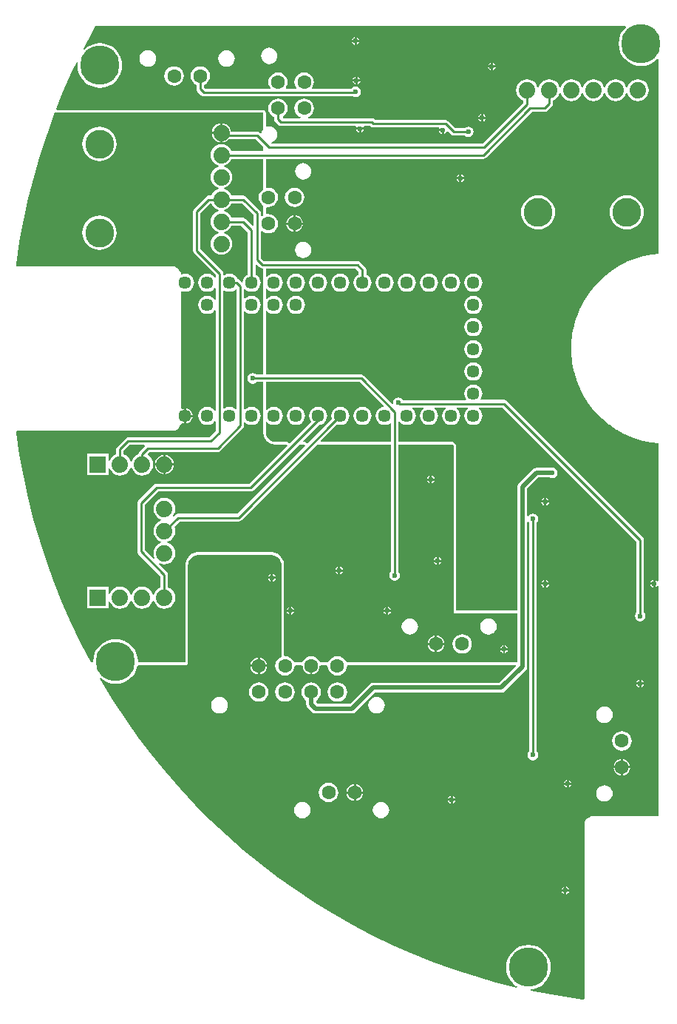
<source format=gbl>
G04 Layer_Physical_Order=2*
G04 Layer_Color=16711680*
%FSLAX44Y44*%
%MOMM*%
G71*
G01*
G75*
%ADD29C,0.2500*%
%ADD30C,0.5000*%
%ADD31C,4.5000*%
%ADD32C,3.3020*%
%ADD33C,1.8796*%
%ADD34C,1.6000*%
%ADD35R,1.8796X1.8796*%
%ADD36C,1.4478*%
%ADD37C,0.6000*%
G36*
X-46383Y367722D02*
X-47119Y367118D01*
X-50305Y363236D01*
X-52673Y358806D01*
X-54131Y353999D01*
X-54623Y349000D01*
X-54131Y344001D01*
X-52673Y339194D01*
X-50305Y334764D01*
X-47119Y330882D01*
X-43236Y327695D01*
X-38806Y325327D01*
X-33999Y323869D01*
X-29000Y323377D01*
X-24001Y323869D01*
X-19194Y325327D01*
X-14764Y327695D01*
X-10882Y330882D01*
X-10278Y331617D01*
X-9082Y331189D01*
X-9082Y108596D01*
X-15466Y107969D01*
X-15948Y107857D01*
X-16442Y107825D01*
X-25941Y105941D01*
X-26410Y105783D01*
X-26899Y105702D01*
X-36169Y102900D01*
X-36620Y102696D01*
X-37098Y102569D01*
X-46050Y98874D01*
X-46479Y98626D01*
X-46943Y98453D01*
X-55490Y93901D01*
X-55893Y93613D01*
X-56338Y93395D01*
X-64400Y88030D01*
X-64773Y87704D01*
X-65194Y87444D01*
X-72693Y81316D01*
X-73032Y80955D01*
X-73426Y80655D01*
X-80290Y73824D01*
X-80593Y73432D01*
X-80955Y73095D01*
X-87120Y65626D01*
X-87382Y65206D01*
X-87710Y64835D01*
X-93115Y56799D01*
X-93335Y56356D01*
X-93625Y55955D01*
X-98219Y47429D01*
X-98395Y46967D01*
X-98644Y46539D01*
X-102384Y37605D01*
X-102514Y37128D01*
X-102720Y36678D01*
X-105568Y27422D01*
X-105651Y26934D01*
X-105812Y26466D01*
X-107742Y16976D01*
X-107777Y16482D01*
X-107892Y16000D01*
X-108885Y6367D01*
X-108871Y5872D01*
X-108939Y5382D01*
X-108987Y-4303D01*
X-108924Y-4794D01*
X-108943Y-5289D01*
X-108045Y-14931D01*
X-107935Y-15414D01*
X-107905Y-15908D01*
X-106069Y-25417D01*
X-105912Y-25886D01*
X-105834Y-26375D01*
X-103078Y-35659D01*
X-102876Y-36111D01*
X-102751Y-36590D01*
X-99100Y-45560D01*
X-98855Y-45990D01*
X-98684Y-46455D01*
X-94174Y-55025D01*
X-93889Y-55429D01*
X-93673Y-55875D01*
X-88347Y-63963D01*
X-88024Y-64338D01*
X-87765Y-64760D01*
X-81675Y-72290D01*
X-81316Y-72631D01*
X-81018Y-73026D01*
X-74221Y-79924D01*
X-73830Y-80228D01*
X-73495Y-80592D01*
X-66056Y-86794D01*
X-65638Y-87058D01*
X-65268Y-87388D01*
X-57259Y-92833D01*
X-56817Y-93055D01*
X-56417Y-93347D01*
X-47915Y-97983D01*
X-47453Y-98161D01*
X-47027Y-98413D01*
X-38112Y-102196D01*
X-37635Y-102328D01*
X-37186Y-102537D01*
X-27944Y-105431D01*
X-27456Y-105516D01*
X-26989Y-105680D01*
X-17509Y-107657D01*
X-17015Y-107694D01*
X-16534Y-107811D01*
X-9082Y-108617D01*
Y-265974D01*
X-10352Y-266359D01*
X-10756Y-265756D01*
X-12244Y-264761D01*
X-12750Y-264660D01*
Y-269000D01*
Y-273339D01*
X-12244Y-273239D01*
X-10756Y-272244D01*
X-10352Y-271641D01*
X-9082Y-272026D01*
Y-534918D01*
X-83996D01*
X-86607Y-535261D01*
X-89039Y-536269D01*
X-89039Y-536269D01*
X-91128Y-537872D01*
X-91128Y-537872D01*
X-92731Y-539961D01*
X-92731Y-539961D01*
X-93739Y-542393D01*
X-94083Y-545004D01*
X-94086Y-744116D01*
X-95033Y-744962D01*
X-96571Y-744789D01*
X-121585Y-741117D01*
X-146460Y-736605D01*
X-155485Y-734652D01*
X-155411Y-733368D01*
X-153001Y-733131D01*
X-148194Y-731673D01*
X-143764Y-729305D01*
X-139881Y-726118D01*
X-136695Y-722236D01*
X-134327Y-717806D01*
X-132869Y-712999D01*
X-132377Y-708000D01*
X-132869Y-703001D01*
X-134327Y-698194D01*
X-136695Y-693764D01*
X-139881Y-689882D01*
X-143764Y-686695D01*
X-148194Y-684327D01*
X-153001Y-682869D01*
X-158000Y-682377D01*
X-162999Y-682869D01*
X-167806Y-684327D01*
X-172236Y-686695D01*
X-176119Y-689882D01*
X-179305Y-693764D01*
X-181673Y-698194D01*
X-183131Y-703001D01*
X-183623Y-708000D01*
X-183131Y-712999D01*
X-181673Y-717806D01*
X-179305Y-722236D01*
X-176119Y-726118D01*
X-172236Y-729305D01*
X-170910Y-730014D01*
X-171371Y-731207D01*
X-195686Y-725082D01*
X-219980Y-718085D01*
X-244024Y-710274D01*
X-267793Y-701658D01*
X-291257Y-692247D01*
X-314391Y-682052D01*
X-337171Y-671084D01*
X-359566Y-659355D01*
X-381555Y-646879D01*
X-403112Y-633670D01*
X-424211Y-619744D01*
X-444831Y-605114D01*
X-464945Y-589799D01*
X-484533Y-573816D01*
X-503572Y-557183D01*
X-522040Y-539918D01*
X-539917Y-522041D01*
X-557182Y-503572D01*
X-573816Y-484533D01*
X-589799Y-464945D01*
X-605114Y-444831D01*
X-619744Y-424211D01*
X-633670Y-403112D01*
X-646879Y-381556D01*
X-648956Y-377895D01*
X-647968Y-377063D01*
X-645236Y-379305D01*
X-640806Y-381673D01*
X-635999Y-383131D01*
X-631000Y-383623D01*
X-626001Y-383131D01*
X-621194Y-381673D01*
X-616764Y-379305D01*
X-612882Y-376119D01*
X-609695Y-372236D01*
X-607327Y-367806D01*
X-605869Y-362999D01*
X-605753Y-362817D01*
X-604698Y-362069D01*
X-604530Y-362059D01*
X-551016Y-362059D01*
X-549846Y-361826D01*
X-548853Y-361163D01*
X-548190Y-360171D01*
X-547957Y-359000D01*
Y-247775D01*
X-547901Y-246633D01*
X-547441Y-244320D01*
X-546568Y-242212D01*
X-545300Y-240314D01*
X-543686Y-238700D01*
X-541788Y-237432D01*
X-539680Y-236559D01*
X-537367Y-236099D01*
X-536225Y-236043D01*
X-452775D01*
X-451633Y-236099D01*
X-449320Y-236559D01*
X-447212Y-237432D01*
X-445314Y-238700D01*
X-443700Y-240314D01*
X-442432Y-242212D01*
X-441559Y-244320D01*
X-441099Y-246633D01*
X-441043Y-247775D01*
Y-351072D01*
X-441023Y-351171D01*
X-441036Y-351272D01*
X-440907Y-351754D01*
X-440810Y-352242D01*
X-441760Y-353065D01*
X-442547Y-353392D01*
X-444845Y-355155D01*
X-446608Y-357453D01*
X-447717Y-360129D01*
X-448095Y-363000D01*
X-447717Y-365872D01*
X-446608Y-368548D01*
X-444845Y-370845D01*
X-442547Y-372609D01*
X-439871Y-373717D01*
X-437000Y-374095D01*
X-434128Y-373717D01*
X-431452Y-372609D01*
X-429155Y-370845D01*
X-427391Y-368548D01*
X-426283Y-365872D01*
X-425905Y-363000D01*
X-425079Y-362059D01*
X-417739Y-362059D01*
X-416780Y-362839D01*
X-416553Y-363215D01*
X-416255Y-365480D01*
X-415298Y-367791D01*
X-413775Y-369776D01*
X-411791Y-371298D01*
X-409480Y-372256D01*
X-408249Y-372417D01*
Y-362999D01*
X-405749D01*
Y-372417D01*
X-404520Y-372256D01*
X-402209Y-371298D01*
X-400224Y-369776D01*
X-398702Y-367791D01*
X-397744Y-365480D01*
X-397446Y-363215D01*
X-397220Y-362839D01*
X-396261Y-362059D01*
X-388920D01*
X-388095Y-363000D01*
X-387717Y-365872D01*
X-386608Y-368548D01*
X-384845Y-370845D01*
X-382547Y-372609D01*
X-379871Y-373717D01*
X-377000Y-374095D01*
X-374128Y-373717D01*
X-371452Y-372609D01*
X-369155Y-370845D01*
X-367391Y-368548D01*
X-366283Y-365872D01*
X-365905Y-363000D01*
X-365079Y-362059D01*
X-172648Y-362058D01*
X-172162Y-363232D01*
X-191323Y-382392D01*
X-336000D01*
X-338146Y-382819D01*
X-339965Y-384035D01*
X-362323Y-406392D01*
X-399677D01*
X-401392Y-404677D01*
Y-402562D01*
X-399155Y-400845D01*
X-397391Y-398548D01*
X-396283Y-395872D01*
X-395905Y-393000D01*
X-396283Y-390129D01*
X-397391Y-387453D01*
X-399155Y-385155D01*
X-401452Y-383392D01*
X-404128Y-382283D01*
X-407000Y-381905D01*
X-409871Y-382283D01*
X-412547Y-383392D01*
X-414845Y-385155D01*
X-416608Y-387453D01*
X-417717Y-390129D01*
X-418095Y-393000D01*
X-417717Y-395872D01*
X-416608Y-398548D01*
X-414845Y-400845D01*
X-412608Y-402562D01*
Y-407000D01*
X-412181Y-409146D01*
X-410965Y-410965D01*
X-405965Y-415965D01*
X-404146Y-417181D01*
X-402000Y-417608D01*
X-360000D01*
X-357854Y-417181D01*
X-356035Y-415965D01*
X-333677Y-393608D01*
X-189000D01*
X-186854Y-393181D01*
X-185035Y-391965D01*
X-161035Y-367965D01*
X-159819Y-366146D01*
X-159392Y-364000D01*
Y-198519D01*
X-158122Y-198134D01*
X-157333Y-199314D01*
Y-460685D01*
X-158652Y-462659D01*
X-159117Y-465000D01*
X-158652Y-467341D01*
X-157326Y-469326D01*
X-155341Y-470652D01*
X-153000Y-471118D01*
X-150659Y-470652D01*
X-148674Y-469326D01*
X-147348Y-467341D01*
X-146882Y-465000D01*
X-147348Y-462659D01*
X-148667Y-460685D01*
Y-199314D01*
X-147348Y-197341D01*
X-146882Y-195000D01*
X-147348Y-192659D01*
X-148674Y-190674D01*
X-150659Y-189348D01*
X-153000Y-188883D01*
X-155341Y-189348D01*
X-157326Y-190674D01*
X-158122Y-191866D01*
X-159392Y-191481D01*
Y-160323D01*
X-146677Y-147608D01*
X-133407D01*
X-133341Y-147652D01*
X-131000Y-148118D01*
X-128659Y-147652D01*
X-126674Y-146326D01*
X-125348Y-144341D01*
X-124882Y-142000D01*
X-125348Y-139659D01*
X-126674Y-137674D01*
X-128659Y-136348D01*
X-131000Y-135883D01*
X-133341Y-136348D01*
X-133407Y-136392D01*
X-149000D01*
X-151146Y-136819D01*
X-152965Y-138035D01*
X-168965Y-154035D01*
X-170181Y-155854D01*
X-170608Y-158000D01*
Y-299942D01*
X-240942Y-299942D01*
X-240940Y-110914D01*
X-240940Y-110914D01*
X-241173Y-109743D01*
X-241836Y-108751D01*
X-242734Y-107853D01*
X-243727Y-107190D01*
X-244897Y-106957D01*
X-244897Y-106957D01*
X-306667D01*
Y-83829D01*
X-305397Y-83398D01*
X-304703Y-84303D01*
X-302564Y-85944D01*
X-300073Y-86976D01*
X-297400Y-87328D01*
X-294727Y-86976D01*
X-292236Y-85944D01*
X-290098Y-84303D01*
X-288456Y-82164D01*
X-287425Y-79673D01*
X-287073Y-77000D01*
X-287425Y-74327D01*
X-288456Y-71837D01*
X-290098Y-69698D01*
X-291408Y-68692D01*
X-290977Y-67422D01*
X-278424D01*
X-277993Y-68692D01*
X-279303Y-69698D01*
X-280944Y-71837D01*
X-281975Y-74327D01*
X-282327Y-77000D01*
X-281975Y-79673D01*
X-280944Y-82164D01*
X-279303Y-84303D01*
X-277164Y-85944D01*
X-274673Y-86976D01*
X-272000Y-87328D01*
X-269327Y-86976D01*
X-266836Y-85944D01*
X-264698Y-84303D01*
X-263056Y-82164D01*
X-262025Y-79673D01*
X-261673Y-77000D01*
X-262025Y-74327D01*
X-263056Y-71837D01*
X-264698Y-69698D01*
X-266008Y-68692D01*
X-265576Y-67422D01*
X-253024D01*
X-252593Y-68692D01*
X-253903Y-69698D01*
X-255544Y-71837D01*
X-256576Y-74327D01*
X-256927Y-77000D01*
X-256576Y-79673D01*
X-255544Y-82164D01*
X-253903Y-84303D01*
X-251764Y-85944D01*
X-249273Y-86976D01*
X-246600Y-87328D01*
X-243927Y-86976D01*
X-241436Y-85944D01*
X-239298Y-84303D01*
X-237656Y-82164D01*
X-236625Y-79673D01*
X-236273Y-77000D01*
X-236625Y-74327D01*
X-237656Y-71837D01*
X-239298Y-69698D01*
X-240608Y-68692D01*
X-240177Y-67422D01*
X-227624D01*
X-227193Y-68692D01*
X-228503Y-69698D01*
X-230144Y-71837D01*
X-231175Y-74327D01*
X-231527Y-77000D01*
X-231175Y-79673D01*
X-230144Y-82164D01*
X-228503Y-84303D01*
X-226364Y-85944D01*
X-223873Y-86976D01*
X-221200Y-87328D01*
X-218527Y-86976D01*
X-216036Y-85944D01*
X-213898Y-84303D01*
X-212256Y-82164D01*
X-211225Y-79673D01*
X-210873Y-77000D01*
X-211225Y-74327D01*
X-212256Y-71837D01*
X-213898Y-69698D01*
X-215324Y-68603D01*
X-214893Y-67333D01*
X-187795D01*
X-34333Y-220795D01*
Y-301686D01*
X-35652Y-303659D01*
X-36117Y-306000D01*
X-35652Y-308341D01*
X-34326Y-310326D01*
X-32341Y-311652D01*
X-30000Y-312118D01*
X-27659Y-311652D01*
X-25674Y-310326D01*
X-24348Y-308341D01*
X-23883Y-306000D01*
X-24348Y-303659D01*
X-25667Y-301686D01*
Y-219000D01*
X-25997Y-217342D01*
X-26936Y-215936D01*
X-182936Y-59936D01*
X-184342Y-58997D01*
X-186000Y-58667D01*
X-212281D01*
X-212842Y-57528D01*
X-212256Y-56764D01*
X-211225Y-54273D01*
X-210873Y-51600D01*
X-211225Y-48927D01*
X-212256Y-46437D01*
X-213898Y-44298D01*
X-216036Y-42656D01*
X-218527Y-41625D01*
X-221200Y-41273D01*
X-223873Y-41625D01*
X-226364Y-42656D01*
X-228503Y-44298D01*
X-230144Y-46437D01*
X-231175Y-48927D01*
X-231527Y-51600D01*
X-231175Y-54273D01*
X-230144Y-56764D01*
X-229489Y-57617D01*
X-230051Y-58756D01*
X-301951D01*
X-302674Y-57674D01*
X-304659Y-56348D01*
X-307000Y-55883D01*
X-309341Y-56348D01*
X-311326Y-57674D01*
X-312652Y-59659D01*
X-313118Y-62000D01*
X-312991Y-62638D01*
X-314161Y-63263D01*
X-346488Y-30936D01*
X-347894Y-29997D01*
X-349552Y-29667D01*
X-458957D01*
Y43028D01*
X-457687Y43459D01*
X-457103Y42697D01*
X-454964Y41056D01*
X-452473Y40024D01*
X-449800Y39672D01*
X-447127Y40024D01*
X-444636Y41056D01*
X-442498Y42697D01*
X-440856Y44836D01*
X-439825Y47327D01*
X-439473Y50000D01*
X-439825Y52673D01*
X-440856Y55163D01*
X-442498Y57302D01*
X-444636Y58944D01*
X-447127Y59975D01*
X-449800Y60327D01*
X-452473Y59975D01*
X-454964Y58944D01*
X-457103Y57302D01*
X-457687Y56540D01*
X-458957Y56972D01*
Y68428D01*
X-457687Y68859D01*
X-457103Y68097D01*
X-454964Y66456D01*
X-452473Y65424D01*
X-449800Y65072D01*
X-447127Y65424D01*
X-444636Y66456D01*
X-442498Y68097D01*
X-440856Y70236D01*
X-439825Y72727D01*
X-439473Y75400D01*
X-439825Y78073D01*
X-440856Y80563D01*
X-442498Y82702D01*
X-444636Y84344D01*
X-447127Y85375D01*
X-449800Y85727D01*
X-452473Y85375D01*
X-454964Y84344D01*
X-457103Y82702D01*
X-457687Y81940D01*
X-458957Y82372D01*
Y91667D01*
X-355795D01*
X-352533Y88405D01*
Y84688D01*
X-353364Y84344D01*
X-355503Y82702D01*
X-357144Y80563D01*
X-358176Y78073D01*
X-358527Y75400D01*
X-358176Y72727D01*
X-357144Y70236D01*
X-355503Y68097D01*
X-353364Y66456D01*
X-350873Y65424D01*
X-348200Y65072D01*
X-345527Y65424D01*
X-343036Y66456D01*
X-340898Y68097D01*
X-339256Y70236D01*
X-338225Y72727D01*
X-337873Y75400D01*
X-338225Y78073D01*
X-339256Y80563D01*
X-340898Y82702D01*
X-343036Y84344D01*
X-343867Y84688D01*
Y90200D01*
X-344197Y91858D01*
X-345136Y93264D01*
X-350936Y99064D01*
X-352342Y100003D01*
X-354000Y100333D01*
X-461205D01*
X-464417Y103545D01*
Y133992D01*
X-463147Y134619D01*
X-461547Y133391D01*
X-458871Y132283D01*
X-456000Y131905D01*
X-453128Y132283D01*
X-450452Y133391D01*
X-448154Y135154D01*
X-446391Y137452D01*
X-445283Y140128D01*
X-444905Y143000D01*
X-445283Y145871D01*
X-446391Y148547D01*
X-448154Y150845D01*
X-450452Y152608D01*
X-453128Y153717D01*
X-456000Y154095D01*
X-457687Y153872D01*
X-458957Y154986D01*
Y161014D01*
X-457687Y162127D01*
X-456000Y161905D01*
X-453128Y162283D01*
X-450452Y163392D01*
X-448154Y165155D01*
X-446391Y167453D01*
X-445283Y170129D01*
X-444905Y173000D01*
X-445283Y175872D01*
X-446391Y178548D01*
X-448154Y180846D01*
X-450452Y182609D01*
X-453128Y183717D01*
X-456000Y184095D01*
X-457687Y183873D01*
X-458957Y184987D01*
Y217117D01*
X-209772D01*
X-208113Y217447D01*
X-206708Y218386D01*
X-154205Y270889D01*
X-139778D01*
X-138120Y271218D01*
X-136714Y272158D01*
X-131236Y277636D01*
X-130297Y279042D01*
X-129967Y280700D01*
Y284075D01*
X-128048Y284870D01*
X-125458Y286858D01*
X-123470Y289447D01*
X-122221Y292463D01*
X-120979D01*
X-119730Y289447D01*
X-117742Y286858D01*
X-115153Y284870D01*
X-112136Y283621D01*
X-108900Y283195D01*
X-105663Y283621D01*
X-102647Y284870D01*
X-100058Y286858D01*
X-98070Y289447D01*
X-96821Y292463D01*
X-95579D01*
X-94330Y289447D01*
X-92342Y286858D01*
X-89753Y284870D01*
X-86736Y283621D01*
X-83500Y283195D01*
X-80264Y283621D01*
X-77248Y284870D01*
X-74658Y286858D01*
X-72670Y289447D01*
X-71421Y292463D01*
X-70179D01*
X-68930Y289447D01*
X-66942Y286858D01*
X-64352Y284870D01*
X-61336Y283621D01*
X-58100Y283195D01*
X-54864Y283621D01*
X-51848Y284870D01*
X-49258Y286858D01*
X-47270Y289447D01*
X-46021Y292463D01*
X-44779D01*
X-43530Y289447D01*
X-41542Y286858D01*
X-38953Y284870D01*
X-35937Y283621D01*
X-32700Y283195D01*
X-29464Y283621D01*
X-26448Y284870D01*
X-23858Y286858D01*
X-21870Y289447D01*
X-20621Y292463D01*
X-20195Y295700D01*
X-20621Y298937D01*
X-21870Y301952D01*
X-23858Y304542D01*
X-26448Y306530D01*
X-29464Y307779D01*
X-32700Y308205D01*
X-35937Y307779D01*
X-38953Y306530D01*
X-41542Y304542D01*
X-43530Y301952D01*
X-44779Y298937D01*
X-46021D01*
X-47270Y301952D01*
X-49258Y304542D01*
X-51848Y306530D01*
X-54864Y307779D01*
X-58100Y308205D01*
X-61336Y307779D01*
X-64352Y306530D01*
X-66942Y304542D01*
X-68930Y301952D01*
X-70179Y298937D01*
X-71421D01*
X-72670Y301952D01*
X-74658Y304542D01*
X-77248Y306530D01*
X-80264Y307779D01*
X-83500Y308205D01*
X-86736Y307779D01*
X-89753Y306530D01*
X-92342Y304542D01*
X-94330Y301952D01*
X-95579Y298937D01*
X-96821D01*
X-98070Y301952D01*
X-100058Y304542D01*
X-102647Y306530D01*
X-105663Y307779D01*
X-108900Y308205D01*
X-112136Y307779D01*
X-115153Y306530D01*
X-117742Y304542D01*
X-119730Y301952D01*
X-120979Y298937D01*
X-122221D01*
X-123470Y301952D01*
X-125458Y304542D01*
X-128048Y306530D01*
X-131063Y307779D01*
X-134300Y308205D01*
X-137536Y307779D01*
X-140553Y306530D01*
X-143142Y304542D01*
X-145130Y301952D01*
X-146379Y298937D01*
X-147621D01*
X-148870Y301952D01*
X-150858Y304542D01*
X-153448Y306530D01*
X-156463Y307779D01*
X-159700Y308205D01*
X-162936Y307779D01*
X-165952Y306530D01*
X-168542Y304542D01*
X-170530Y301952D01*
X-171779Y298937D01*
X-172205Y295700D01*
X-171779Y292463D01*
X-170530Y289447D01*
X-168542Y286858D01*
X-165952Y284870D01*
X-164033Y284075D01*
Y281095D01*
X-210795Y234333D01*
X-452196D01*
X-452405Y234624D01*
X-452424Y234841D01*
X-451926Y236136D01*
X-450242Y236833D01*
X-448289Y238332D01*
X-446790Y240285D01*
X-445848Y242559D01*
X-445527Y245000D01*
X-445848Y247441D01*
X-446790Y249715D01*
X-448289Y251669D01*
X-450242Y253167D01*
X-452517Y254109D01*
X-454957Y254431D01*
X-457398Y254109D01*
X-457901Y253901D01*
X-458957Y254607D01*
Y270000D01*
X-459190Y271170D01*
X-459853Y272163D01*
X-460845Y272826D01*
X-462016Y273058D01*
X-698437Y273060D01*
X-699147Y274113D01*
X-691277Y293559D01*
X-680881Y316925D01*
X-675508Y327973D01*
X-674267Y327622D01*
X-674623Y324000D01*
X-674131Y319001D01*
X-672673Y314194D01*
X-670305Y309764D01*
X-667119Y305882D01*
X-663236Y302695D01*
X-658806Y300327D01*
X-653999Y298869D01*
X-649000Y298377D01*
X-644001Y298869D01*
X-639194Y300327D01*
X-634764Y302695D01*
X-630882Y305882D01*
X-627695Y309764D01*
X-625327Y314194D01*
X-623869Y319001D01*
X-623377Y324000D01*
X-623869Y328999D01*
X-625327Y333806D01*
X-627695Y338236D01*
X-630882Y342118D01*
X-634764Y345305D01*
X-639194Y347673D01*
X-644001Y349131D01*
X-649000Y349623D01*
X-653999Y349131D01*
X-658806Y347673D01*
X-663236Y345305D01*
X-667119Y342118D01*
X-668123Y342897D01*
X-657733Y362531D01*
X-654069Y368918D01*
X-46811D01*
X-46383Y367722D01*
D02*
G37*
G36*
X-521380Y166088D02*
X-520680Y164398D01*
X-518693Y161808D01*
X-516103Y159821D01*
X-513087Y158571D01*
Y157329D01*
X-516103Y156080D01*
X-518693Y154093D01*
X-520680Y151503D01*
X-521929Y148487D01*
X-522355Y145250D01*
X-521929Y142014D01*
X-520680Y138998D01*
X-518693Y136408D01*
X-516103Y134421D01*
X-513087Y133171D01*
Y131929D01*
X-516103Y130680D01*
X-518693Y128693D01*
X-520680Y126103D01*
X-521929Y123087D01*
X-522355Y119850D01*
X-521929Y116614D01*
X-520680Y113598D01*
X-518693Y111008D01*
X-516103Y109021D01*
X-513087Y107771D01*
X-509850Y107345D01*
X-506614Y107771D01*
X-503598Y109021D01*
X-501008Y111008D01*
X-499021Y113598D01*
X-497771Y116614D01*
X-497345Y119850D01*
X-497771Y123087D01*
X-499021Y126103D01*
X-501008Y128693D01*
X-503598Y130680D01*
X-506614Y131929D01*
Y133171D01*
X-503598Y134421D01*
X-501008Y136408D01*
X-499021Y138998D01*
X-498226Y140917D01*
X-487045D01*
X-479533Y133405D01*
Y84688D01*
X-480364Y84344D01*
X-482503Y82702D01*
X-484144Y80563D01*
X-485176Y78073D01*
X-485405Y76329D01*
X-486746Y75874D01*
X-489336Y78464D01*
X-490742Y79403D01*
X-491215Y79497D01*
X-491656Y80563D01*
X-493298Y82702D01*
X-495436Y84344D01*
X-497927Y85375D01*
X-500600Y85727D01*
X-503273Y85375D01*
X-505764Y84344D01*
X-506528Y83757D01*
X-507667Y84319D01*
Y86000D01*
X-507997Y87658D01*
X-508936Y89064D01*
X-533656Y113784D01*
Y155216D01*
X-522648Y166224D01*
X-521380Y166088D01*
D02*
G37*
G36*
X-462016Y182249D02*
X-463845Y180846D01*
X-465608Y178548D01*
X-466717Y175872D01*
X-467095Y173000D01*
X-466717Y170129D01*
X-465608Y167453D01*
X-463845Y165155D01*
X-462016Y163752D01*
Y152248D01*
X-463147Y151381D01*
X-464417Y152007D01*
Y154750D01*
X-464746Y156408D01*
X-465686Y157814D01*
X-481586Y173714D01*
X-482992Y174654D01*
X-484650Y174984D01*
X-498226D01*
X-499021Y176903D01*
X-501008Y179493D01*
X-503598Y181480D01*
X-506614Y182729D01*
Y183971D01*
X-503598Y185221D01*
X-501008Y187208D01*
X-499021Y189798D01*
X-497771Y192814D01*
X-497345Y196050D01*
X-497771Y199287D01*
X-499021Y202303D01*
X-501008Y204893D01*
X-503598Y206880D01*
X-506614Y208129D01*
Y209371D01*
X-503598Y210621D01*
X-501008Y212608D01*
X-499021Y215198D01*
X-498226Y217117D01*
X-462016D01*
Y182249D01*
D02*
G37*
G36*
X-492587Y67509D02*
X-492333Y67299D01*
Y-69021D01*
X-493603Y-69463D01*
X-495436Y-68057D01*
X-497927Y-67025D01*
X-500600Y-66673D01*
X-503273Y-67025D01*
X-505764Y-68057D01*
X-506617Y-68711D01*
X-507756Y-68149D01*
Y66549D01*
X-506617Y67111D01*
X-505764Y66456D01*
X-503273Y65424D01*
X-500600Y65072D01*
X-497927Y65424D01*
X-495436Y66456D01*
X-493603Y67863D01*
X-492587Y67509D01*
D02*
G37*
G36*
X-323999Y-65682D02*
X-324407Y-66884D01*
X-325473Y-67025D01*
X-327964Y-68057D01*
X-330103Y-69698D01*
X-331744Y-71837D01*
X-332775Y-74327D01*
X-333127Y-77000D01*
X-332775Y-79673D01*
X-331744Y-82164D01*
X-330103Y-84303D01*
X-327964Y-85944D01*
X-325473Y-86976D01*
X-322800Y-87328D01*
X-320127Y-86976D01*
X-317636Y-85944D01*
X-316603Y-85151D01*
X-315333Y-85778D01*
Y-106957D01*
X-395770D01*
X-396256Y-105784D01*
X-377104Y-86632D01*
X-376273Y-86976D01*
X-373600Y-87328D01*
X-370927Y-86976D01*
X-368436Y-85944D01*
X-366298Y-84303D01*
X-364656Y-82164D01*
X-363625Y-79673D01*
X-363273Y-77000D01*
X-363625Y-74327D01*
X-364656Y-71837D01*
X-366298Y-69698D01*
X-368436Y-68057D01*
X-370927Y-67025D01*
X-373600Y-66673D01*
X-376273Y-67025D01*
X-378764Y-68057D01*
X-380903Y-69698D01*
X-382544Y-71837D01*
X-383576Y-74327D01*
X-383927Y-77000D01*
X-383576Y-79673D01*
X-383232Y-80504D01*
X-410660Y-107932D01*
X-410936Y-108024D01*
X-412240Y-107853D01*
X-413233Y-107190D01*
X-414403Y-106957D01*
X-416170D01*
X-416656Y-105784D01*
X-398078Y-87206D01*
X-396327Y-86976D01*
X-393836Y-85944D01*
X-391698Y-84303D01*
X-390056Y-82164D01*
X-389025Y-79673D01*
X-388673Y-77000D01*
X-389025Y-74327D01*
X-390056Y-71837D01*
X-391698Y-69698D01*
X-393836Y-68057D01*
X-396327Y-67025D01*
X-399000Y-66673D01*
X-401673Y-67025D01*
X-404164Y-68057D01*
X-406303Y-69698D01*
X-407944Y-71837D01*
X-408975Y-74327D01*
X-409327Y-77000D01*
X-408975Y-79673D01*
X-407944Y-82164D01*
X-406792Y-83664D01*
X-431060Y-107932D01*
X-432641Y-107853D01*
X-433013Y-107605D01*
X-433633Y-107190D01*
X-434804Y-106957D01*
X-447225D01*
X-448367Y-106901D01*
X-450680Y-106441D01*
X-452788Y-105568D01*
X-454686Y-104300D01*
X-456300Y-102686D01*
X-457568Y-100788D01*
X-458441Y-98680D01*
X-458901Y-96367D01*
X-458957Y-95225D01*
Y-83972D01*
X-457687Y-83541D01*
X-457103Y-84303D01*
X-454964Y-85944D01*
X-452473Y-86976D01*
X-449800Y-87328D01*
X-447127Y-86976D01*
X-444636Y-85944D01*
X-442498Y-84303D01*
X-440856Y-82164D01*
X-439825Y-79673D01*
X-439473Y-77000D01*
X-439825Y-74327D01*
X-440856Y-71837D01*
X-442498Y-69698D01*
X-444636Y-68057D01*
X-447127Y-67025D01*
X-449800Y-66673D01*
X-452473Y-67025D01*
X-454964Y-68057D01*
X-457103Y-69698D01*
X-457687Y-70460D01*
X-458957Y-70029D01*
Y-38333D01*
X-351347D01*
X-323999Y-65682D01*
D02*
G37*
G36*
X-413917Y-111189D02*
X-491795Y-189067D01*
X-559800D01*
X-561458Y-189396D01*
X-562864Y-190336D01*
X-564712Y-192184D01*
X-565669Y-191345D01*
X-564370Y-189653D01*
X-563121Y-186637D01*
X-562695Y-183400D01*
X-563121Y-180163D01*
X-564370Y-177148D01*
X-566358Y-174558D01*
X-568947Y-172570D01*
X-571964Y-171321D01*
X-575200Y-170895D01*
X-578437Y-171321D01*
X-581452Y-172570D01*
X-584042Y-174558D01*
X-586030Y-177148D01*
X-587279Y-180163D01*
X-587705Y-183400D01*
X-587279Y-186637D01*
X-586030Y-189653D01*
X-584042Y-192242D01*
X-581452Y-194230D01*
X-578437Y-195479D01*
Y-196721D01*
X-581452Y-197970D01*
X-584042Y-199958D01*
X-586030Y-202547D01*
X-587279Y-205564D01*
X-587705Y-208800D01*
X-587279Y-212036D01*
X-586030Y-215053D01*
X-584042Y-217642D01*
X-581452Y-219630D01*
X-578437Y-220879D01*
Y-222121D01*
X-581452Y-223370D01*
X-584042Y-225358D01*
X-586030Y-227948D01*
X-587279Y-230963D01*
X-587705Y-234200D01*
X-587279Y-237437D01*
X-586317Y-239759D01*
X-587393Y-240478D01*
X-597667Y-230205D01*
Y-178795D01*
X-582205Y-163333D01*
X-476000D01*
X-474342Y-163003D01*
X-472936Y-162064D01*
X-420888Y-110016D01*
X-414403D01*
X-413917Y-111189D01*
D02*
G37*
G36*
X-597731Y-111603D02*
X-603664Y-117536D01*
X-604603Y-118942D01*
X-604933Y-120600D01*
Y-120975D01*
X-606852Y-121770D01*
X-609442Y-123758D01*
X-611430Y-126348D01*
X-612679Y-129363D01*
X-613921D01*
X-615170Y-126348D01*
X-617158Y-123758D01*
X-619748Y-121770D01*
X-621667Y-120975D01*
Y-117064D01*
X-614936Y-110333D01*
X-598257D01*
X-597731Y-111603D01*
D02*
G37*
G36*
X-473083Y152955D02*
Y140871D01*
X-474256Y140384D01*
X-482186Y148314D01*
X-483592Y149254D01*
X-485250Y149584D01*
X-498226D01*
X-499021Y151503D01*
X-501008Y154093D01*
X-503598Y156080D01*
X-506614Y157329D01*
Y158571D01*
X-503598Y159821D01*
X-501008Y161808D01*
X-499021Y164398D01*
X-498226Y166317D01*
X-486445D01*
X-473083Y152955D01*
D02*
G37*
G36*
X-462016Y270000D02*
Y251160D01*
X-463125Y249715D01*
X-464067Y247441D01*
X-464135Y246926D01*
X-465337Y246517D01*
X-465884Y247064D01*
X-467290Y248003D01*
X-468948Y248333D01*
X-499053D01*
X-499233Y249695D01*
X-500331Y252346D01*
X-502078Y254623D01*
X-504354Y256370D01*
X-507005Y257468D01*
X-508601Y257678D01*
Y246852D01*
Y236023D01*
X-507005Y236233D01*
X-504354Y237331D01*
X-502078Y239078D01*
X-501626Y239667D01*
X-470743D01*
X-462016Y230940D01*
Y225784D01*
X-498226D01*
X-499021Y227703D01*
X-501008Y230293D01*
X-503598Y232280D01*
X-506614Y233529D01*
X-509850Y233955D01*
X-513087Y233529D01*
X-516103Y232280D01*
X-518693Y230293D01*
X-520680Y227703D01*
X-521929Y224687D01*
X-522355Y221450D01*
X-521929Y218214D01*
X-520680Y215198D01*
X-518693Y212608D01*
X-516103Y210621D01*
X-513087Y209371D01*
Y208129D01*
X-516103Y206880D01*
X-518693Y204893D01*
X-520680Y202303D01*
X-521929Y199287D01*
X-522355Y196050D01*
X-521929Y192814D01*
X-520680Y189798D01*
X-518693Y187208D01*
X-516103Y185221D01*
X-513087Y183971D01*
Y182729D01*
X-516103Y181480D01*
X-518693Y179493D01*
X-520680Y176903D01*
X-521475Y174984D01*
X-524350D01*
X-526008Y174654D01*
X-527414Y173714D01*
X-541053Y160075D01*
X-541992Y158669D01*
X-542322Y157011D01*
Y111989D01*
X-541992Y110331D01*
X-541053Y108925D01*
X-516333Y84205D01*
Y81707D01*
X-517603Y81276D01*
X-518698Y82702D01*
X-520836Y84344D01*
X-523327Y85375D01*
X-526000Y85727D01*
X-528673Y85375D01*
X-531164Y84344D01*
X-533303Y82702D01*
X-534944Y80563D01*
X-535975Y78073D01*
X-536327Y75400D01*
X-535975Y72727D01*
X-534944Y70236D01*
X-533303Y68097D01*
X-531164Y66456D01*
X-528673Y65424D01*
X-526000Y65072D01*
X-523327Y65424D01*
X-520836Y66456D01*
X-518698Y68097D01*
X-517692Y69407D01*
X-516422Y68976D01*
Y56423D01*
X-517692Y55992D01*
X-518698Y57302D01*
X-520836Y58944D01*
X-523327Y59975D01*
X-526000Y60327D01*
X-528673Y59975D01*
X-531164Y58944D01*
X-533303Y57302D01*
X-534944Y55163D01*
X-535975Y52673D01*
X-536327Y50000D01*
X-535975Y47327D01*
X-534944Y44836D01*
X-533303Y42697D01*
X-531164Y41056D01*
X-528673Y40024D01*
X-526000Y39672D01*
X-523327Y40024D01*
X-520836Y41056D01*
X-518698Y42697D01*
X-517692Y44007D01*
X-516422Y43576D01*
Y-70577D01*
X-517692Y-71008D01*
X-518698Y-69698D01*
X-520836Y-68057D01*
X-523327Y-67025D01*
X-526000Y-66673D01*
X-528673Y-67025D01*
X-531164Y-68057D01*
X-533303Y-69698D01*
X-534944Y-71837D01*
X-535975Y-74327D01*
X-536327Y-77000D01*
X-535975Y-79673D01*
X-534944Y-82164D01*
X-533303Y-84303D01*
X-531164Y-85944D01*
X-528673Y-86976D01*
X-526000Y-87328D01*
X-523327Y-86976D01*
X-520836Y-85944D01*
X-518698Y-84303D01*
X-517692Y-82993D01*
X-516422Y-83424D01*
Y-94294D01*
X-523795Y-101667D01*
X-616731D01*
X-618389Y-101997D01*
X-619795Y-102936D01*
X-629064Y-112205D01*
X-630003Y-113611D01*
X-630333Y-115269D01*
Y-120975D01*
X-632253Y-121770D01*
X-634842Y-123758D01*
X-636830Y-126348D01*
X-637732Y-128526D01*
X-639002Y-128273D01*
Y-120202D01*
X-663798D01*
Y-144998D01*
X-639002D01*
Y-136927D01*
X-637732Y-136674D01*
X-636830Y-138853D01*
X-634842Y-141442D01*
X-632253Y-143430D01*
X-629236Y-144679D01*
X-626000Y-145105D01*
X-622763Y-144679D01*
X-619748Y-143430D01*
X-617158Y-141442D01*
X-615170Y-138853D01*
X-613921Y-135836D01*
X-612679D01*
X-611430Y-138853D01*
X-609442Y-141442D01*
X-606852Y-143430D01*
X-603837Y-144679D01*
X-600600Y-145105D01*
X-597364Y-144679D01*
X-594347Y-143430D01*
X-591758Y-141442D01*
X-589770Y-138853D01*
X-588521Y-135836D01*
X-588095Y-132600D01*
X-588521Y-129363D01*
X-589770Y-126348D01*
X-591758Y-123758D01*
X-594064Y-121988D01*
X-594411Y-120539D01*
X-592205Y-118333D01*
X-514000D01*
X-512342Y-118003D01*
X-510936Y-117064D01*
X-484936Y-91064D01*
X-483997Y-89658D01*
X-483667Y-88000D01*
Y-84698D01*
X-483214Y-84544D01*
X-482397Y-84384D01*
X-480364Y-85944D01*
X-477873Y-86976D01*
X-475200Y-87328D01*
X-472527Y-86976D01*
X-470036Y-85944D01*
X-467898Y-84303D01*
X-466256Y-82164D01*
X-465225Y-79673D01*
X-464873Y-77000D01*
X-465225Y-74327D01*
X-466256Y-71837D01*
X-467898Y-69698D01*
X-470036Y-68057D01*
X-472527Y-67025D01*
X-475200Y-66673D01*
X-477873Y-67025D01*
X-480364Y-68057D01*
X-482397Y-69616D01*
X-483214Y-69456D01*
X-483667Y-69303D01*
Y42302D01*
X-483214Y42456D01*
X-482397Y42616D01*
X-480364Y41056D01*
X-477873Y40024D01*
X-475200Y39672D01*
X-472527Y40024D01*
X-470036Y41056D01*
X-467898Y42697D01*
X-466256Y44836D01*
X-465225Y47327D01*
X-464873Y50000D01*
X-465225Y52673D01*
X-466256Y55163D01*
X-467898Y57302D01*
X-470036Y58944D01*
X-472527Y59975D01*
X-475200Y60327D01*
X-477873Y59975D01*
X-480364Y58944D01*
X-482397Y57383D01*
X-483214Y57544D01*
X-483667Y57698D01*
Y67702D01*
X-483214Y67856D01*
X-482397Y68016D01*
X-480364Y66456D01*
X-477873Y65424D01*
X-475200Y65072D01*
X-472527Y65424D01*
X-470036Y66456D01*
X-467898Y68097D01*
X-466256Y70236D01*
X-465225Y72727D01*
X-464873Y75400D01*
X-465225Y78073D01*
X-466256Y80563D01*
X-467898Y82702D01*
X-470036Y84344D01*
X-470867Y84688D01*
Y96079D01*
X-469693Y96565D01*
X-466064Y92936D01*
X-464658Y91997D01*
X-463000Y91667D01*
X-462016D01*
Y-29667D01*
X-469685D01*
X-471659Y-28348D01*
X-474000Y-27882D01*
X-476341Y-28348D01*
X-478326Y-29674D01*
X-479652Y-31659D01*
X-480117Y-34000D01*
X-479652Y-36341D01*
X-478326Y-38326D01*
X-476341Y-39652D01*
X-474000Y-40118D01*
X-471659Y-39652D01*
X-469685Y-38333D01*
X-462016D01*
Y-95300D01*
X-461945Y-96742D01*
X-461382Y-99572D01*
X-460278Y-102237D01*
X-458676Y-104636D01*
X-456636Y-106676D01*
X-454237Y-108278D01*
X-451572Y-109382D01*
X-448742Y-109945D01*
X-447300Y-110016D01*
X-434804D01*
X-434318Y-111189D01*
X-477795Y-154667D01*
X-584000D01*
X-585658Y-154997D01*
X-587064Y-155936D01*
X-605064Y-173936D01*
X-606003Y-175342D01*
X-606333Y-177000D01*
Y-232000D01*
X-606003Y-233658D01*
X-605064Y-235064D01*
X-579533Y-260595D01*
Y-273375D01*
X-581452Y-274170D01*
X-584042Y-276158D01*
X-586030Y-278748D01*
X-587279Y-281763D01*
X-588521D01*
X-589770Y-278748D01*
X-591758Y-276158D01*
X-594347Y-274170D01*
X-597364Y-272921D01*
X-600600Y-272495D01*
X-603837Y-272921D01*
X-606852Y-274170D01*
X-609442Y-276158D01*
X-611430Y-278748D01*
X-612679Y-281763D01*
X-613921D01*
X-615170Y-278748D01*
X-617158Y-276158D01*
X-619748Y-274170D01*
X-622763Y-272921D01*
X-626000Y-272495D01*
X-629236Y-272921D01*
X-632253Y-274170D01*
X-634842Y-276158D01*
X-636830Y-278748D01*
X-637732Y-280926D01*
X-639002Y-280673D01*
Y-272602D01*
X-663798D01*
Y-297398D01*
X-639002D01*
Y-289327D01*
X-637732Y-289074D01*
X-636830Y-291252D01*
X-634842Y-293842D01*
X-632253Y-295830D01*
X-629236Y-297079D01*
X-626000Y-297505D01*
X-622763Y-297079D01*
X-619748Y-295830D01*
X-617158Y-293842D01*
X-615170Y-291252D01*
X-613921Y-288237D01*
X-612679D01*
X-611430Y-291252D01*
X-609442Y-293842D01*
X-606852Y-295830D01*
X-603837Y-297079D01*
X-600600Y-297505D01*
X-597364Y-297079D01*
X-594347Y-295830D01*
X-591758Y-293842D01*
X-589770Y-291252D01*
X-588521Y-288237D01*
X-587279D01*
X-586030Y-291252D01*
X-584042Y-293842D01*
X-581452Y-295830D01*
X-578437Y-297079D01*
X-575200Y-297505D01*
X-571964Y-297079D01*
X-568947Y-295830D01*
X-566358Y-293842D01*
X-564370Y-291252D01*
X-563121Y-288237D01*
X-562695Y-285000D01*
X-563121Y-281763D01*
X-564370Y-278748D01*
X-566358Y-276158D01*
X-568947Y-274170D01*
X-570867Y-273375D01*
Y-258800D01*
X-571197Y-257142D01*
X-572136Y-255736D01*
X-581478Y-246394D01*
X-580759Y-245317D01*
X-578437Y-246279D01*
X-575200Y-246705D01*
X-571964Y-246279D01*
X-568947Y-245030D01*
X-566358Y-243042D01*
X-564370Y-240452D01*
X-563121Y-237437D01*
X-562695Y-234200D01*
X-563121Y-230963D01*
X-564370Y-227948D01*
X-566358Y-225358D01*
X-568947Y-223370D01*
X-571963Y-222121D01*
Y-220879D01*
X-568947Y-219630D01*
X-566358Y-217642D01*
X-564370Y-215053D01*
X-563121Y-212036D01*
X-562695Y-208800D01*
X-563121Y-205564D01*
X-563916Y-203644D01*
X-558005Y-197733D01*
X-490000D01*
X-488341Y-197403D01*
X-486936Y-196464D01*
X-400488Y-110016D01*
X-315333D01*
Y-254807D01*
X-315712Y-255061D01*
X-317038Y-257045D01*
X-317504Y-259386D01*
X-317038Y-261728D01*
X-315712Y-263712D01*
X-313727Y-265038D01*
X-311386Y-265504D01*
X-309045Y-265038D01*
X-307061Y-263712D01*
X-305735Y-261728D01*
X-305269Y-259386D01*
X-305735Y-257045D01*
X-306667Y-255650D01*
Y-110016D01*
X-244897D01*
X-243999Y-110914D01*
X-244000Y-303001D01*
X-170608Y-303001D01*
Y-359000D01*
X-366750Y-359000D01*
X-367391Y-357453D01*
X-369155Y-355155D01*
X-371452Y-353392D01*
X-374128Y-352283D01*
X-377000Y-351905D01*
X-379871Y-352283D01*
X-382547Y-353392D01*
X-384845Y-355155D01*
X-386608Y-357453D01*
X-387249Y-359000D01*
X-396750D01*
X-397391Y-357453D01*
X-399155Y-355155D01*
X-401452Y-353392D01*
X-404128Y-352283D01*
X-407000Y-351905D01*
X-409871Y-352283D01*
X-412547Y-353392D01*
X-414845Y-355155D01*
X-416608Y-357453D01*
X-417249Y-359000D01*
X-426750Y-359000D01*
X-427391Y-357453D01*
X-429155Y-355155D01*
X-431452Y-353392D01*
X-434128Y-352283D01*
X-437000Y-351905D01*
X-437029Y-351909D01*
X-437984Y-351072D01*
Y-247700D01*
X-438055Y-246258D01*
X-438618Y-243428D01*
X-439722Y-240763D01*
X-441324Y-238364D01*
X-443364Y-236324D01*
X-445763Y-234722D01*
X-448428Y-233618D01*
X-451258Y-233055D01*
X-452700Y-232984D01*
X-536300D01*
X-537742Y-233055D01*
X-540572Y-233618D01*
X-543237Y-234722D01*
X-545636Y-236324D01*
X-547676Y-238364D01*
X-549278Y-240763D01*
X-550382Y-243428D01*
X-550945Y-246258D01*
X-551016Y-247700D01*
Y-359000D01*
X-604530Y-359001D01*
X-605382Y-358060D01*
X-605377Y-358000D01*
X-605869Y-353001D01*
X-607327Y-348194D01*
X-609695Y-343764D01*
X-612882Y-339882D01*
X-616764Y-336695D01*
X-621194Y-334327D01*
X-626001Y-332869D01*
X-631000Y-332377D01*
X-635999Y-332869D01*
X-640806Y-334327D01*
X-645236Y-336695D01*
X-649118Y-339882D01*
X-652305Y-343764D01*
X-654673Y-348194D01*
X-656131Y-353001D01*
X-656623Y-358000D01*
X-656618Y-358060D01*
X-657470Y-359001D01*
X-659651D01*
X-671084Y-337170D01*
X-682052Y-314391D01*
X-692247Y-291257D01*
X-701658Y-267793D01*
X-710274Y-244024D01*
X-718085Y-219980D01*
X-725082Y-195686D01*
X-731258Y-171169D01*
X-736605Y-146460D01*
X-741117Y-121585D01*
X-744789Y-96571D01*
X-744963Y-95029D01*
X-744117Y-94083D01*
X-566004D01*
X-563393Y-93739D01*
X-560961Y-92731D01*
X-558872Y-91128D01*
X-557269Y-89039D01*
X-556261Y-86607D01*
X-556163Y-85861D01*
X-554777Y-85061D01*
X-553681Y-85514D01*
X-552649Y-85650D01*
Y-77000D01*
Y-68350D01*
X-553681Y-68486D01*
X-554647Y-68886D01*
X-555917Y-68038D01*
Y65045D01*
X-554861Y65751D01*
X-554073Y65424D01*
X-551400Y65072D01*
X-548727Y65424D01*
X-546236Y66456D01*
X-544098Y68097D01*
X-542456Y70236D01*
X-541425Y72727D01*
X-541073Y75400D01*
X-541425Y78073D01*
X-542456Y80563D01*
X-544098Y82702D01*
X-546236Y84344D01*
X-548727Y85375D01*
X-551400Y85727D01*
X-554073Y85375D01*
X-554906Y85030D01*
X-556166Y85883D01*
X-556261Y86606D01*
X-556261Y86607D01*
X-557269Y89039D01*
X-558198Y90250D01*
X-558871Y91128D01*
X-558872Y91128D01*
X-559750Y91802D01*
X-560960Y92731D01*
X-563393Y93738D01*
X-563393Y93739D01*
X-564801Y93924D01*
X-566003Y94082D01*
X-744116Y94085D01*
X-744963Y95032D01*
X-744773Y96717D01*
X-741048Y122020D01*
X-736463Y147182D01*
X-731025Y172172D01*
X-724739Y196962D01*
X-717612Y221525D01*
X-709654Y245830D01*
X-700872Y269851D01*
X-700811Y270001D01*
X-462016Y270000D01*
D02*
G37*
%LPC*%
G36*
X-453250Y-257661D02*
X-453756Y-257761D01*
X-455245Y-258756D01*
X-456239Y-260244D01*
X-456340Y-260750D01*
X-453250D01*
Y-257661D01*
D02*
G37*
G36*
X-450750D02*
Y-260750D01*
X-447661D01*
X-447761Y-260244D01*
X-448756Y-258756D01*
X-450244Y-257761D01*
X-450750Y-257661D01*
D02*
G37*
G36*
X-453250Y-263250D02*
X-456340D01*
X-456239Y-263756D01*
X-455245Y-265245D01*
X-453756Y-266239D01*
X-453250Y-266340D01*
Y-263250D01*
D02*
G37*
G36*
X-447661D02*
X-450750D01*
Y-266340D01*
X-450244Y-266239D01*
X-448756Y-265245D01*
X-447761Y-263756D01*
X-447661Y-263250D01*
D02*
G37*
G36*
X-15250Y-264660D02*
X-15756Y-264761D01*
X-17244Y-265756D01*
X-18239Y-267244D01*
X-18340Y-267750D01*
X-15250D01*
Y-264660D01*
D02*
G37*
G36*
X-140250Y-270250D02*
X-143340D01*
X-143239Y-270756D01*
X-142244Y-272244D01*
X-140756Y-273239D01*
X-140250Y-273339D01*
Y-270250D01*
D02*
G37*
G36*
Y-264660D02*
X-140756Y-264761D01*
X-142244Y-265756D01*
X-143239Y-267244D01*
X-143340Y-267750D01*
X-140250D01*
Y-264660D01*
D02*
G37*
G36*
X-137750D02*
Y-267750D01*
X-134661D01*
X-134761Y-267244D01*
X-135756Y-265756D01*
X-137244Y-264761D01*
X-137750Y-264660D01*
D02*
G37*
G36*
X-134661Y-270250D02*
X-137750D01*
Y-273339D01*
X-137244Y-273239D01*
X-135756Y-272244D01*
X-134761Y-270756D01*
X-134661Y-270250D01*
D02*
G37*
G36*
X-15250D02*
X-18340D01*
X-18239Y-270756D01*
X-17244Y-272244D01*
X-15756Y-273239D01*
X-15250Y-273339D01*
Y-270250D01*
D02*
G37*
G36*
X-247250Y-511660D02*
X-247756Y-511761D01*
X-249244Y-512756D01*
X-250239Y-514244D01*
X-250340Y-514750D01*
X-247250D01*
Y-511660D01*
D02*
G37*
G36*
X-244750D02*
Y-514750D01*
X-241660D01*
X-241761Y-514244D01*
X-242756Y-512756D01*
X-244244Y-511761D01*
X-244750Y-511660D01*
D02*
G37*
G36*
X-358250Y-509250D02*
X-366417D01*
X-366255Y-510480D01*
X-365298Y-512791D01*
X-363775Y-514776D01*
X-361791Y-516298D01*
X-359480Y-517256D01*
X-358250Y-517417D01*
Y-509250D01*
D02*
G37*
G36*
X-347583D02*
X-355750D01*
Y-517417D01*
X-354520Y-517256D01*
X-352209Y-516298D01*
X-350224Y-514776D01*
X-348702Y-512791D01*
X-347744Y-510480D01*
X-347583Y-509250D01*
D02*
G37*
G36*
X-358250Y-498583D02*
X-359480Y-498745D01*
X-361791Y-499702D01*
X-363775Y-501225D01*
X-365298Y-503209D01*
X-366255Y-505520D01*
X-366417Y-506750D01*
X-358250D01*
Y-498583D01*
D02*
G37*
G36*
X-108661Y-499250D02*
X-111750D01*
Y-502340D01*
X-111244Y-502239D01*
X-109756Y-501245D01*
X-108761Y-499756D01*
X-108661Y-499250D01*
D02*
G37*
G36*
X-114250Y-493661D02*
X-114756Y-493761D01*
X-116244Y-494756D01*
X-117239Y-496244D01*
X-117340Y-496750D01*
X-114250D01*
Y-493661D01*
D02*
G37*
G36*
X-355750Y-498583D02*
Y-506750D01*
X-347583D01*
X-347744Y-505520D01*
X-348702Y-503209D01*
X-350224Y-501225D01*
X-352209Y-499702D01*
X-354520Y-498745D01*
X-355750Y-498583D01*
D02*
G37*
G36*
X-114250Y-499250D02*
X-117340D01*
X-117239Y-499756D01*
X-116244Y-501245D01*
X-114756Y-502239D01*
X-114250Y-502340D01*
Y-499250D01*
D02*
G37*
G36*
X-71000Y-499569D02*
X-73441Y-499891D01*
X-75715Y-500833D01*
X-77668Y-502331D01*
X-79167Y-504285D01*
X-80109Y-506559D01*
X-80430Y-509000D01*
X-80109Y-511441D01*
X-79167Y-513715D01*
X-77668Y-515668D01*
X-75715Y-517167D01*
X-73441Y-518109D01*
X-71000Y-518431D01*
X-68559Y-518109D01*
X-66284Y-517167D01*
X-64331Y-515668D01*
X-62832Y-513715D01*
X-61890Y-511441D01*
X-61569Y-509000D01*
X-61890Y-506559D01*
X-62832Y-504285D01*
X-64331Y-502331D01*
X-66284Y-500833D01*
X-68559Y-499891D01*
X-71000Y-499569D01*
D02*
G37*
G36*
X-117250Y-615660D02*
X-117756Y-615761D01*
X-119244Y-616756D01*
X-120239Y-618244D01*
X-120339Y-618750D01*
X-117250D01*
Y-615660D01*
D02*
G37*
G36*
X-114750D02*
Y-618750D01*
X-111660D01*
X-111761Y-618244D01*
X-112756Y-616756D01*
X-114244Y-615761D01*
X-114750Y-615660D01*
D02*
G37*
G36*
X-117250Y-621250D02*
X-120339D01*
X-120239Y-621756D01*
X-119244Y-623244D01*
X-117756Y-624239D01*
X-117250Y-624339D01*
Y-621250D01*
D02*
G37*
G36*
X-111660D02*
X-114750D01*
Y-624339D01*
X-114244Y-624239D01*
X-112756Y-623244D01*
X-111761Y-621756D01*
X-111660Y-621250D01*
D02*
G37*
G36*
X-417000Y-518569D02*
X-419441Y-518891D01*
X-421715Y-519833D01*
X-423668Y-521331D01*
X-425167Y-523285D01*
X-426109Y-525559D01*
X-426431Y-528000D01*
X-426109Y-530441D01*
X-425167Y-532715D01*
X-423668Y-534669D01*
X-421715Y-536167D01*
X-419441Y-537109D01*
X-417000Y-537431D01*
X-414559Y-537109D01*
X-412285Y-536167D01*
X-410331Y-534669D01*
X-408833Y-532715D01*
X-407891Y-530441D01*
X-407569Y-528000D01*
X-407891Y-525559D01*
X-408833Y-523285D01*
X-410331Y-521331D01*
X-412285Y-519833D01*
X-414559Y-518891D01*
X-417000Y-518569D01*
D02*
G37*
G36*
X-241660Y-517250D02*
X-244750D01*
Y-520340D01*
X-244244Y-520239D01*
X-242756Y-519244D01*
X-241761Y-517756D01*
X-241660Y-517250D01*
D02*
G37*
G36*
X-387000Y-496905D02*
X-389871Y-497283D01*
X-392547Y-498392D01*
X-394845Y-500155D01*
X-396608Y-502453D01*
X-397717Y-505129D01*
X-398095Y-508000D01*
X-397717Y-510872D01*
X-396608Y-513548D01*
X-394845Y-515845D01*
X-392547Y-517608D01*
X-389871Y-518717D01*
X-387000Y-519095D01*
X-384128Y-518717D01*
X-381452Y-517608D01*
X-379155Y-515845D01*
X-377391Y-513548D01*
X-376283Y-510872D01*
X-375905Y-508000D01*
X-376283Y-505129D01*
X-377391Y-502453D01*
X-379155Y-500155D01*
X-381452Y-498392D01*
X-384128Y-497283D01*
X-387000Y-496905D01*
D02*
G37*
G36*
X-327000Y-518569D02*
X-329441Y-518891D01*
X-331715Y-519833D01*
X-333669Y-521331D01*
X-335167Y-523285D01*
X-336109Y-525559D01*
X-336431Y-528000D01*
X-336109Y-530441D01*
X-335167Y-532715D01*
X-333669Y-534669D01*
X-331715Y-536167D01*
X-329441Y-537109D01*
X-327000Y-537431D01*
X-324559Y-537109D01*
X-322285Y-536167D01*
X-320331Y-534669D01*
X-318833Y-532715D01*
X-317891Y-530441D01*
X-317569Y-528000D01*
X-317891Y-525559D01*
X-318833Y-523285D01*
X-320331Y-521331D01*
X-322285Y-519833D01*
X-324559Y-518891D01*
X-327000Y-518569D01*
D02*
G37*
G36*
X-247250Y-517250D02*
X-250340D01*
X-250239Y-517756D01*
X-249244Y-519244D01*
X-247756Y-520239D01*
X-247250Y-520340D01*
Y-517250D01*
D02*
G37*
G36*
X-111750Y-493661D02*
Y-496750D01*
X-108661D01*
X-108761Y-496244D01*
X-109756Y-494756D01*
X-111244Y-493761D01*
X-111750Y-493661D01*
D02*
G37*
G36*
X-25661Y-384250D02*
X-28750D01*
Y-387340D01*
X-28244Y-387239D01*
X-26756Y-386244D01*
X-25761Y-384756D01*
X-25661Y-384250D01*
D02*
G37*
G36*
X-31250Y-378661D02*
X-31756Y-378761D01*
X-33244Y-379756D01*
X-34239Y-381244D01*
X-34339Y-381750D01*
X-31250D01*
Y-378661D01*
D02*
G37*
G36*
X-377000Y-381905D02*
X-379871Y-382283D01*
X-382547Y-383392D01*
X-384845Y-385155D01*
X-386608Y-387453D01*
X-387717Y-390129D01*
X-388095Y-393000D01*
X-387717Y-395872D01*
X-386608Y-398548D01*
X-384845Y-400845D01*
X-382547Y-402608D01*
X-379871Y-403717D01*
X-377000Y-404095D01*
X-374128Y-403717D01*
X-371452Y-402608D01*
X-369155Y-400845D01*
X-367391Y-398548D01*
X-366283Y-395872D01*
X-365905Y-393000D01*
X-366283Y-390129D01*
X-367391Y-387453D01*
X-369155Y-385155D01*
X-371452Y-383392D01*
X-374128Y-382283D01*
X-377000Y-381905D01*
D02*
G37*
G36*
X-31250Y-384250D02*
X-34339D01*
X-34239Y-384756D01*
X-33244Y-386244D01*
X-31756Y-387239D01*
X-31250Y-387340D01*
Y-384250D01*
D02*
G37*
G36*
X-28750Y-378661D02*
Y-381750D01*
X-25661D01*
X-25761Y-381244D01*
X-26756Y-379756D01*
X-28244Y-378761D01*
X-28750Y-378661D01*
D02*
G37*
G36*
X-468251Y-353583D02*
X-469480Y-353745D01*
X-471791Y-354702D01*
X-473776Y-356225D01*
X-475298Y-358209D01*
X-476256Y-360520D01*
X-476417Y-361749D01*
X-468251D01*
Y-353583D01*
D02*
G37*
G36*
X-465751Y-353583D02*
Y-361749D01*
X-457583D01*
X-457745Y-360520D01*
X-458702Y-358209D01*
X-460225Y-356225D01*
X-462209Y-354702D01*
X-464520Y-353745D01*
X-465751Y-353583D01*
D02*
G37*
G36*
X-457583Y-364249D02*
X-465751D01*
Y-372417D01*
X-464520Y-372256D01*
X-462209Y-371298D01*
X-460225Y-369776D01*
X-458702Y-367791D01*
X-457745Y-365480D01*
X-457583Y-364249D01*
D02*
G37*
G36*
X-468251D02*
X-476418D01*
X-476256Y-365480D01*
X-475298Y-367791D01*
X-473776Y-369776D01*
X-471791Y-371298D01*
X-469480Y-372256D01*
X-468251Y-372417D01*
Y-364249D01*
D02*
G37*
G36*
X-437000Y-381905D02*
X-439871Y-382283D01*
X-442547Y-383392D01*
X-444845Y-385155D01*
X-446608Y-387453D01*
X-447717Y-390129D01*
X-448095Y-393000D01*
X-447717Y-395872D01*
X-446608Y-398548D01*
X-444845Y-400845D01*
X-442547Y-402608D01*
X-439871Y-403717D01*
X-437000Y-404095D01*
X-434128Y-403717D01*
X-431452Y-402608D01*
X-429155Y-400845D01*
X-427391Y-398548D01*
X-426283Y-395872D01*
X-425905Y-393000D01*
X-426283Y-390129D01*
X-427391Y-387453D01*
X-429155Y-385155D01*
X-431452Y-383392D01*
X-434128Y-382283D01*
X-437000Y-381905D01*
D02*
G37*
G36*
X-52249Y-469582D02*
X-53480Y-469744D01*
X-55791Y-470702D01*
X-57775Y-472225D01*
X-59298Y-474209D01*
X-60255Y-476520D01*
X-60417Y-477751D01*
X-52249D01*
Y-469582D01*
D02*
G37*
G36*
X-49749Y-469583D02*
Y-477751D01*
X-41582D01*
X-41744Y-476520D01*
X-42702Y-474209D01*
X-44224Y-472225D01*
X-46209Y-470702D01*
X-48520Y-469744D01*
X-49749Y-469583D01*
D02*
G37*
G36*
X-52249Y-480251D02*
X-60417D01*
X-60255Y-481480D01*
X-59298Y-483791D01*
X-57775Y-485775D01*
X-55791Y-487298D01*
X-53480Y-488255D01*
X-52249Y-488417D01*
Y-480251D01*
D02*
G37*
G36*
X-41582D02*
X-49749D01*
Y-488417D01*
X-48520Y-488255D01*
X-46209Y-487298D01*
X-44224Y-485775D01*
X-42702Y-483791D01*
X-41744Y-481480D01*
X-41582Y-480251D01*
D02*
G37*
G36*
X-51000Y-437905D02*
X-53871Y-438283D01*
X-56547Y-439392D01*
X-58845Y-441155D01*
X-60608Y-443453D01*
X-61717Y-446128D01*
X-62095Y-449000D01*
X-61717Y-451872D01*
X-60608Y-454548D01*
X-58845Y-456845D01*
X-56547Y-458609D01*
X-53871Y-459717D01*
X-51000Y-460095D01*
X-48128Y-459717D01*
X-45452Y-458609D01*
X-43155Y-456845D01*
X-41391Y-454548D01*
X-40283Y-451872D01*
X-39905Y-449000D01*
X-40283Y-446128D01*
X-41391Y-443453D01*
X-43155Y-441155D01*
X-45452Y-439392D01*
X-48128Y-438283D01*
X-51000Y-437905D01*
D02*
G37*
G36*
X-332000Y-398569D02*
X-334441Y-398890D01*
X-336716Y-399833D01*
X-338669Y-401331D01*
X-340167Y-403284D01*
X-341110Y-405559D01*
X-341431Y-408000D01*
X-341110Y-410441D01*
X-340167Y-412715D01*
X-338669Y-414668D01*
X-336716Y-416167D01*
X-334441Y-417109D01*
X-332000Y-417430D01*
X-329559Y-417109D01*
X-327285Y-416167D01*
X-325332Y-414668D01*
X-323833Y-412715D01*
X-322891Y-410441D01*
X-322570Y-408000D01*
X-322891Y-405559D01*
X-323833Y-403284D01*
X-325332Y-401331D01*
X-327285Y-399833D01*
X-329559Y-398890D01*
X-332000Y-398569D01*
D02*
G37*
G36*
X-467000Y-381905D02*
X-469872Y-382283D01*
X-472548Y-383392D01*
X-474846Y-385155D01*
X-476609Y-387453D01*
X-477717Y-390129D01*
X-478095Y-393000D01*
X-477717Y-395872D01*
X-476609Y-398548D01*
X-474846Y-400845D01*
X-472548Y-402608D01*
X-469872Y-403717D01*
X-467000Y-404095D01*
X-464129Y-403717D01*
X-461453Y-402608D01*
X-459155Y-400845D01*
X-457392Y-398548D01*
X-456283Y-395872D01*
X-455905Y-393000D01*
X-456283Y-390129D01*
X-457392Y-387453D01*
X-459155Y-385155D01*
X-461453Y-383392D01*
X-464129Y-382283D01*
X-467000Y-381905D01*
D02*
G37*
G36*
X-71000Y-409569D02*
X-73441Y-409891D01*
X-75715Y-410833D01*
X-77668Y-412332D01*
X-79167Y-414285D01*
X-80109Y-416559D01*
X-80430Y-419000D01*
X-80109Y-421441D01*
X-79167Y-423715D01*
X-77668Y-425669D01*
X-75715Y-427167D01*
X-73441Y-428109D01*
X-71000Y-428431D01*
X-68559Y-428109D01*
X-66284Y-427167D01*
X-64331Y-425669D01*
X-62832Y-423715D01*
X-61890Y-421441D01*
X-61569Y-419000D01*
X-61890Y-416559D01*
X-62832Y-414285D01*
X-64331Y-412332D01*
X-66284Y-410833D01*
X-68559Y-409891D01*
X-71000Y-409569D01*
D02*
G37*
G36*
X-512000Y-398569D02*
X-514441Y-398890D01*
X-516715Y-399833D01*
X-518668Y-401331D01*
X-520167Y-403284D01*
X-521109Y-405559D01*
X-521431Y-408000D01*
X-521109Y-410441D01*
X-520167Y-412715D01*
X-518668Y-414668D01*
X-516715Y-416167D01*
X-514441Y-417109D01*
X-512000Y-417430D01*
X-509559Y-417109D01*
X-507285Y-416167D01*
X-505331Y-414668D01*
X-503833Y-412715D01*
X-502891Y-410441D01*
X-502569Y-408000D01*
X-502891Y-405559D01*
X-503833Y-403284D01*
X-505331Y-401331D01*
X-507285Y-399833D01*
X-509559Y-398890D01*
X-512000Y-398569D01*
D02*
G37*
G36*
X-352250Y250750D02*
X-355339D01*
X-355239Y250244D01*
X-354244Y248755D01*
X-352756Y247761D01*
X-352250Y247660D01*
Y250750D01*
D02*
G37*
G36*
X-346660D02*
X-349750D01*
Y247660D01*
X-349244Y247761D01*
X-347756Y248755D01*
X-346761Y250244D01*
X-346660Y250750D01*
D02*
G37*
G36*
X-257250Y248750D02*
X-260339D01*
X-260239Y248245D01*
X-259244Y246756D01*
X-257756Y245762D01*
X-257250Y245661D01*
Y248750D01*
D02*
G37*
G36*
X-414958Y286095D02*
X-417829Y285717D01*
X-420505Y284608D01*
X-422803Y282845D01*
X-424566Y280548D01*
X-425674Y277872D01*
X-426052Y275000D01*
X-425674Y272128D01*
X-424566Y269452D01*
X-422803Y267155D01*
X-420505Y265392D01*
X-419205Y264853D01*
X-419458Y263583D01*
X-438782D01*
X-439209Y264100D01*
X-439256Y264402D01*
X-438974Y265726D01*
X-437112Y267155D01*
X-435349Y269452D01*
X-434241Y272128D01*
X-433862Y275000D01*
X-434241Y277872D01*
X-435349Y280548D01*
X-437112Y282845D01*
X-439410Y284608D01*
X-442086Y285717D01*
X-444957Y286095D01*
X-447829Y285717D01*
X-450505Y284608D01*
X-452803Y282845D01*
X-454566Y280548D01*
X-455674Y277872D01*
X-456052Y275000D01*
X-455674Y272128D01*
X-454566Y269452D01*
X-452803Y267155D01*
X-450505Y265392D01*
X-449291Y264889D01*
Y262542D01*
X-448961Y260884D01*
X-448022Y259478D01*
X-444729Y256186D01*
X-443323Y255247D01*
X-441665Y254917D01*
X-355810D01*
X-355299Y253960D01*
X-355261Y253647D01*
X-355339Y253250D01*
X-346660D01*
X-346739Y253647D01*
X-346701Y253960D01*
X-346190Y254917D01*
X-339291D01*
X-338560Y254186D01*
X-337155Y253247D01*
X-335496Y252917D01*
X-260810D01*
X-260299Y251961D01*
X-260260Y251647D01*
X-260339Y251250D01*
X-256000D01*
Y250000D01*
X-254750D01*
Y245661D01*
X-254244Y245762D01*
X-252756Y246756D01*
X-251823Y248152D01*
X-251574Y248347D01*
X-250536Y248661D01*
X-246810Y244936D01*
X-245405Y243997D01*
X-243746Y243667D01*
X-231315D01*
X-229341Y242348D01*
X-227000Y241882D01*
X-224659Y242348D01*
X-222674Y243674D01*
X-221348Y245659D01*
X-220882Y248000D01*
X-221348Y250341D01*
X-222674Y252326D01*
X-224659Y253652D01*
X-227000Y254118D01*
X-229341Y253652D01*
X-231315Y252333D01*
X-241952D01*
X-249933Y260314D01*
X-251339Y261254D01*
X-252997Y261584D01*
X-333702D01*
X-334432Y262314D01*
X-335838Y263253D01*
X-337496Y263583D01*
X-410457D01*
X-410710Y264853D01*
X-409410Y265392D01*
X-407112Y267155D01*
X-405349Y269452D01*
X-404241Y272128D01*
X-403863Y275000D01*
X-404241Y277872D01*
X-405349Y280548D01*
X-407112Y282845D01*
X-409410Y284608D01*
X-412086Y285717D01*
X-414958Y286095D01*
D02*
G37*
G36*
X-212250Y268339D02*
X-212756Y268239D01*
X-214244Y267244D01*
X-215239Y265756D01*
X-215340Y265250D01*
X-212250D01*
Y268339D01*
D02*
G37*
G36*
Y262750D02*
X-215340D01*
X-215239Y262244D01*
X-214244Y260756D01*
X-212756Y259761D01*
X-212250Y259660D01*
Y262750D01*
D02*
G37*
G36*
X-206661D02*
X-209750D01*
Y259660D01*
X-209244Y259761D01*
X-207756Y260756D01*
X-206761Y262244D01*
X-206661Y262750D01*
D02*
G37*
G36*
X-426000Y184095D02*
X-428871Y183717D01*
X-431547Y182609D01*
X-433845Y180846D01*
X-435608Y178548D01*
X-436717Y175872D01*
X-437095Y173000D01*
X-436717Y170129D01*
X-435608Y167453D01*
X-433845Y165155D01*
X-431547Y163392D01*
X-428871Y162283D01*
X-426000Y161905D01*
X-423128Y162283D01*
X-420452Y163392D01*
X-418154Y165155D01*
X-416391Y167453D01*
X-415283Y170129D01*
X-414905Y173000D01*
X-415283Y175872D01*
X-416391Y178548D01*
X-418154Y180846D01*
X-420452Y182609D01*
X-423128Y183717D01*
X-426000Y184095D01*
D02*
G37*
G36*
X-237250Y193750D02*
X-240340D01*
X-240239Y193244D01*
X-239244Y191756D01*
X-237756Y190761D01*
X-237250Y190661D01*
Y193750D01*
D02*
G37*
G36*
X-427249Y152417D02*
X-428480Y152255D01*
X-430791Y151298D01*
X-432775Y149775D01*
X-434298Y147791D01*
X-435255Y145480D01*
X-435417Y144250D01*
X-427249D01*
Y152417D01*
D02*
G37*
G36*
X-424749Y152417D02*
Y144250D01*
X-416582D01*
X-416744Y145480D01*
X-417702Y147791D01*
X-419224Y149775D01*
X-421209Y151298D01*
X-423520Y152255D01*
X-424749Y152417D01*
D02*
G37*
G36*
X-231661Y193750D02*
X-234750D01*
Y190661D01*
X-234244Y190761D01*
X-232756Y191756D01*
X-231761Y193244D01*
X-231661Y193750D01*
D02*
G37*
G36*
X-234750Y199340D02*
Y196250D01*
X-231661D01*
X-231761Y196756D01*
X-232756Y198244D01*
X-234244Y199239D01*
X-234750Y199340D01*
D02*
G37*
G36*
X-416000Y212431D02*
X-418441Y212110D01*
X-420715Y211167D01*
X-422668Y209669D01*
X-424167Y207715D01*
X-425109Y205441D01*
X-425430Y203000D01*
X-425109Y200559D01*
X-424167Y198285D01*
X-422668Y196332D01*
X-420715Y194833D01*
X-418441Y193891D01*
X-416000Y193570D01*
X-413559Y193891D01*
X-411284Y194833D01*
X-409331Y196332D01*
X-407833Y198285D01*
X-406890Y200559D01*
X-406569Y203000D01*
X-406890Y205441D01*
X-407833Y207715D01*
X-409331Y209669D01*
X-411284Y211167D01*
X-413559Y212110D01*
X-416000Y212431D01*
D02*
G37*
G36*
X-237250Y199340D02*
X-237756Y199239D01*
X-239244Y198244D01*
X-240239Y196756D01*
X-240340Y196250D01*
X-237250D01*
Y199340D01*
D02*
G37*
G36*
X-201250Y327340D02*
X-201756Y327239D01*
X-203244Y326244D01*
X-204239Y324756D01*
X-204339Y324250D01*
X-201250D01*
Y327340D01*
D02*
G37*
G36*
X-198750D02*
Y324250D01*
X-195660D01*
X-195761Y324756D01*
X-196756Y326244D01*
X-198244Y327239D01*
X-198750Y327340D01*
D02*
G37*
G36*
X-594000Y341431D02*
X-596441Y341109D01*
X-598715Y340167D01*
X-600668Y338669D01*
X-602167Y336715D01*
X-603109Y334441D01*
X-603431Y332000D01*
X-603109Y329559D01*
X-602167Y327285D01*
X-600668Y325331D01*
X-598715Y323833D01*
X-596441Y322891D01*
X-594000Y322569D01*
X-591559Y322891D01*
X-589285Y323833D01*
X-587332Y325331D01*
X-585833Y327285D01*
X-584891Y329559D01*
X-584569Y332000D01*
X-584891Y334441D01*
X-585833Y336715D01*
X-587332Y338669D01*
X-589285Y340167D01*
X-591559Y341109D01*
X-594000Y341431D01*
D02*
G37*
G36*
X-504000D02*
X-506441Y341109D01*
X-508715Y340167D01*
X-510668Y338669D01*
X-512167Y336715D01*
X-513109Y334441D01*
X-513431Y332000D01*
X-513109Y329559D01*
X-512167Y327285D01*
X-510668Y325331D01*
X-508715Y323833D01*
X-506441Y322891D01*
X-504000Y322569D01*
X-501559Y322891D01*
X-499285Y323833D01*
X-497332Y325331D01*
X-495833Y327285D01*
X-494891Y329559D01*
X-494569Y332000D01*
X-494891Y334441D01*
X-495833Y336715D01*
X-497332Y338669D01*
X-499285Y340167D01*
X-501559Y341109D01*
X-504000Y341431D01*
D02*
G37*
G36*
X-454957Y344431D02*
X-457398Y344110D01*
X-459673Y343168D01*
X-461626Y341669D01*
X-463125Y339716D01*
X-464067Y337441D01*
X-464388Y335000D01*
X-464067Y332560D01*
X-463125Y330285D01*
X-461626Y328332D01*
X-459673Y326833D01*
X-457398Y325891D01*
X-454957Y325570D01*
X-452517Y325891D01*
X-450242Y326833D01*
X-448289Y328332D01*
X-446790Y330285D01*
X-445848Y332560D01*
X-445527Y335000D01*
X-445848Y337441D01*
X-446790Y339716D01*
X-448289Y341669D01*
X-450242Y343168D01*
X-452517Y344110D01*
X-454957Y344431D01*
D02*
G37*
G36*
X-357250Y356340D02*
X-357756Y356239D01*
X-359244Y355244D01*
X-360239Y353756D01*
X-360340Y353250D01*
X-357250D01*
Y356340D01*
D02*
G37*
G36*
X-354750D02*
Y353250D01*
X-351661D01*
X-351761Y353756D01*
X-352756Y355244D01*
X-354244Y356239D01*
X-354750Y356340D01*
D02*
G37*
G36*
X-357250Y350750D02*
X-360340D01*
X-360239Y350244D01*
X-359244Y348756D01*
X-357756Y347761D01*
X-357250Y347661D01*
Y350750D01*
D02*
G37*
G36*
X-351661D02*
X-354750D01*
Y347661D01*
X-354244Y347761D01*
X-352756Y348756D01*
X-351761Y350244D01*
X-351661Y350750D01*
D02*
G37*
G36*
X-564000Y323095D02*
X-566872Y322717D01*
X-569548Y321609D01*
X-571845Y319845D01*
X-573609Y317547D01*
X-574717Y314872D01*
X-575095Y312000D01*
X-574717Y309128D01*
X-573609Y306453D01*
X-571845Y304155D01*
X-569548Y302391D01*
X-566872Y301283D01*
X-564000Y300905D01*
X-561128Y301283D01*
X-558453Y302391D01*
X-556155Y304155D01*
X-554392Y306453D01*
X-553283Y309128D01*
X-552905Y312000D01*
X-553283Y314872D01*
X-554392Y317547D01*
X-556155Y319845D01*
X-558453Y321609D01*
X-561128Y322717D01*
X-564000Y323095D01*
D02*
G37*
G36*
X-356250Y305750D02*
X-359339D01*
X-359239Y305244D01*
X-358244Y303756D01*
X-356756Y302761D01*
X-356250Y302661D01*
Y305750D01*
D02*
G37*
G36*
X-209750Y268339D02*
Y265250D01*
X-206661D01*
X-206761Y265756D01*
X-207756Y267244D01*
X-209244Y268239D01*
X-209750Y268339D01*
D02*
G37*
G36*
X-534000Y323095D02*
X-536872Y322717D01*
X-539547Y321609D01*
X-541845Y319845D01*
X-543609Y317547D01*
X-544717Y314872D01*
X-545095Y312000D01*
X-544717Y309128D01*
X-543609Y306453D01*
X-541845Y304155D01*
X-539547Y302391D01*
X-538333Y301889D01*
Y297000D01*
X-538003Y295342D01*
X-537064Y293936D01*
X-532814Y289686D01*
X-531408Y288746D01*
X-529750Y288417D01*
X-358444D01*
X-358341Y288348D01*
X-356000Y287882D01*
X-353659Y288348D01*
X-351674Y289674D01*
X-350348Y291659D01*
X-349883Y294000D01*
X-350348Y296341D01*
X-351674Y298326D01*
X-353659Y299652D01*
X-356000Y300117D01*
X-358341Y299652D01*
X-360326Y298326D01*
X-361156Y297083D01*
X-405566D01*
X-406193Y298353D01*
X-405349Y299452D01*
X-404241Y302128D01*
X-403863Y305000D01*
X-404241Y307871D01*
X-405349Y310547D01*
X-407112Y312845D01*
X-409410Y314608D01*
X-412086Y315717D01*
X-414958Y316095D01*
X-417829Y315717D01*
X-420505Y314608D01*
X-422803Y312845D01*
X-424566Y310547D01*
X-425674Y307871D01*
X-426052Y305000D01*
X-425674Y302128D01*
X-424566Y299452D01*
X-423722Y298353D01*
X-424349Y297083D01*
X-435566D01*
X-436193Y298353D01*
X-435349Y299452D01*
X-434241Y302128D01*
X-433862Y305000D01*
X-434241Y307871D01*
X-435349Y310547D01*
X-437112Y312845D01*
X-439410Y314608D01*
X-442086Y315717D01*
X-444957Y316095D01*
X-447829Y315717D01*
X-450505Y314608D01*
X-452803Y312845D01*
X-454566Y310547D01*
X-455674Y307871D01*
X-456052Y305000D01*
X-455674Y302128D01*
X-454566Y299452D01*
X-453722Y298353D01*
X-454349Y297083D01*
X-527955D01*
X-529667Y298795D01*
Y301889D01*
X-528453Y302391D01*
X-526155Y304155D01*
X-524392Y306453D01*
X-523283Y309128D01*
X-522905Y312000D01*
X-523283Y314872D01*
X-524392Y317547D01*
X-526155Y319845D01*
X-528453Y321609D01*
X-531128Y322717D01*
X-534000Y323095D01*
D02*
G37*
G36*
X-350660Y305750D02*
X-353750D01*
Y302661D01*
X-353244Y302761D01*
X-351756Y303756D01*
X-350761Y305244D01*
X-350660Y305750D01*
D02*
G37*
G36*
X-201250Y321750D02*
X-204339D01*
X-204239Y321244D01*
X-203244Y319756D01*
X-201756Y318761D01*
X-201250Y318660D01*
Y321750D01*
D02*
G37*
G36*
X-195660D02*
X-198750D01*
Y318660D01*
X-198244Y318761D01*
X-196756Y319756D01*
X-195761Y321244D01*
X-195660Y321750D01*
D02*
G37*
G36*
X-356250Y311339D02*
X-356756Y311239D01*
X-358244Y310244D01*
X-359239Y308756D01*
X-359339Y308250D01*
X-356250D01*
Y311339D01*
D02*
G37*
G36*
X-353750D02*
Y308250D01*
X-350660D01*
X-350761Y308756D01*
X-351756Y310244D01*
X-353244Y311239D01*
X-353750Y311339D01*
D02*
G37*
G36*
X-45400Y175604D02*
X-49225Y175228D01*
X-52902Y174112D01*
X-56292Y172300D01*
X-59262Y169862D01*
X-61701Y166892D01*
X-63512Y163502D01*
X-64628Y159825D01*
X-65004Y156000D01*
X-64628Y152175D01*
X-63512Y148498D01*
X-61701Y145108D01*
X-59262Y142138D01*
X-56292Y139699D01*
X-52902Y137888D01*
X-49225Y136772D01*
X-45400Y136396D01*
X-41575Y136772D01*
X-37898Y137888D01*
X-34508Y139699D01*
X-31538Y142138D01*
X-29100Y145108D01*
X-27288Y148498D01*
X-26172Y152175D01*
X-25796Y156000D01*
X-26172Y159825D01*
X-27288Y163502D01*
X-29100Y166892D01*
X-31538Y169862D01*
X-34508Y172300D01*
X-37898Y174112D01*
X-41575Y175228D01*
X-45400Y175604D01*
D02*
G37*
G36*
X-140250Y-176250D02*
X-143340D01*
X-143239Y-176756D01*
X-142244Y-178244D01*
X-140756Y-179239D01*
X-140250Y-179340D01*
Y-176250D01*
D02*
G37*
G36*
X-134661D02*
X-137750D01*
Y-179340D01*
X-137244Y-179239D01*
X-135756Y-178244D01*
X-134761Y-176756D01*
X-134661Y-176250D01*
D02*
G37*
G36*
X-140250Y-170660D02*
X-140756Y-170761D01*
X-142244Y-171756D01*
X-143239Y-173244D01*
X-143340Y-173750D01*
X-140250D01*
Y-170660D01*
D02*
G37*
G36*
X-137750D02*
Y-173750D01*
X-134661D01*
X-134761Y-173244D01*
X-135756Y-171756D01*
X-137244Y-170761D01*
X-137750Y-170660D01*
D02*
G37*
G36*
X-246600Y85727D02*
X-249273Y85375D01*
X-251764Y84344D01*
X-253903Y82702D01*
X-255544Y80563D01*
X-256576Y78073D01*
X-256927Y75400D01*
X-256576Y72727D01*
X-255544Y70236D01*
X-253903Y68097D01*
X-251764Y66456D01*
X-249273Y65424D01*
X-246600Y65072D01*
X-243927Y65424D01*
X-241436Y66456D01*
X-239298Y68097D01*
X-237656Y70236D01*
X-236625Y72727D01*
X-236273Y75400D01*
X-236625Y78073D01*
X-237656Y80563D01*
X-239298Y82702D01*
X-241436Y84344D01*
X-243927Y85375D01*
X-246600Y85727D01*
D02*
G37*
G36*
X-221200D02*
X-223873Y85375D01*
X-226364Y84344D01*
X-228503Y82702D01*
X-230144Y80563D01*
X-231175Y78073D01*
X-231527Y75400D01*
X-231175Y72727D01*
X-230144Y70236D01*
X-228503Y68097D01*
X-226364Y66456D01*
X-223873Y65424D01*
X-221200Y65072D01*
X-218527Y65424D01*
X-216036Y66456D01*
X-213898Y68097D01*
X-212256Y70236D01*
X-211225Y72727D01*
X-210873Y75400D01*
X-211225Y78073D01*
X-212256Y80563D01*
X-213898Y82702D01*
X-216036Y84344D01*
X-218527Y85375D01*
X-221200Y85727D01*
D02*
G37*
G36*
X-297400D02*
X-300073Y85375D01*
X-302564Y84344D01*
X-304703Y82702D01*
X-306344Y80563D01*
X-307376Y78073D01*
X-307727Y75400D01*
X-307376Y72727D01*
X-306344Y70236D01*
X-304703Y68097D01*
X-302564Y66456D01*
X-300073Y65424D01*
X-297400Y65072D01*
X-294727Y65424D01*
X-292236Y66456D01*
X-290098Y68097D01*
X-288456Y70236D01*
X-287425Y72727D01*
X-287073Y75400D01*
X-287425Y78073D01*
X-288456Y80563D01*
X-290098Y82702D01*
X-292236Y84344D01*
X-294727Y85375D01*
X-297400Y85727D01*
D02*
G37*
G36*
X-272000D02*
X-274673Y85375D01*
X-277164Y84344D01*
X-279303Y82702D01*
X-280944Y80563D01*
X-281975Y78073D01*
X-282327Y75400D01*
X-281975Y72727D01*
X-280944Y70236D01*
X-279303Y68097D01*
X-277164Y66456D01*
X-274673Y65424D01*
X-272000Y65072D01*
X-269327Y65424D01*
X-266836Y66456D01*
X-264698Y68097D01*
X-263056Y70236D01*
X-262025Y72727D01*
X-261673Y75400D01*
X-262025Y78073D01*
X-263056Y80563D01*
X-264698Y82702D01*
X-266836Y84344D01*
X-269327Y85375D01*
X-272000Y85727D01*
D02*
G37*
G36*
X-416000Y122430D02*
X-418441Y122109D01*
X-420715Y121167D01*
X-422668Y119668D01*
X-424167Y117715D01*
X-425109Y115441D01*
X-425430Y113000D01*
X-425109Y110559D01*
X-424167Y108285D01*
X-422668Y106331D01*
X-420715Y104833D01*
X-418441Y103890D01*
X-416000Y103569D01*
X-413559Y103890D01*
X-411284Y104833D01*
X-409331Y106331D01*
X-407833Y108285D01*
X-406890Y110559D01*
X-406569Y113000D01*
X-406890Y115441D01*
X-407833Y117715D01*
X-409331Y119668D01*
X-411284Y121167D01*
X-413559Y122109D01*
X-416000Y122430D01*
D02*
G37*
G36*
X-416582Y141750D02*
X-424749D01*
Y133582D01*
X-423520Y133744D01*
X-421209Y134702D01*
X-419224Y136224D01*
X-417702Y138209D01*
X-416744Y140520D01*
X-416582Y141750D01*
D02*
G37*
G36*
X-147000Y175604D02*
X-150825Y175228D01*
X-154502Y174112D01*
X-157892Y172300D01*
X-160862Y169862D01*
X-163300Y166892D01*
X-165112Y163502D01*
X-166228Y159825D01*
X-166604Y156000D01*
X-166228Y152175D01*
X-165112Y148498D01*
X-163300Y145108D01*
X-160862Y142138D01*
X-157892Y139699D01*
X-154502Y137888D01*
X-150825Y136772D01*
X-147000Y136396D01*
X-143175Y136772D01*
X-139498Y137888D01*
X-136108Y139699D01*
X-133138Y142138D01*
X-130700Y145108D01*
X-128888Y148498D01*
X-127772Y152175D01*
X-127396Y156000D01*
X-127772Y159825D01*
X-128888Y163502D01*
X-130700Y166892D01*
X-133138Y169862D01*
X-136108Y172300D01*
X-139498Y174112D01*
X-143175Y175228D01*
X-147000Y175604D01*
D02*
G37*
G36*
X-427249Y141750D02*
X-435417D01*
X-435255Y140520D01*
X-434298Y138209D01*
X-432775Y136224D01*
X-430791Y134702D01*
X-428480Y133744D01*
X-427249Y133582D01*
Y141750D01*
D02*
G37*
G36*
X-221200Y34927D02*
X-223873Y34575D01*
X-226364Y33544D01*
X-228503Y31902D01*
X-230144Y29763D01*
X-231175Y27273D01*
X-231527Y24600D01*
X-231175Y21927D01*
X-230144Y19436D01*
X-228503Y17297D01*
X-226364Y15656D01*
X-223873Y14624D01*
X-221200Y14272D01*
X-218527Y14624D01*
X-216036Y15656D01*
X-213898Y17297D01*
X-212256Y19436D01*
X-211225Y21927D01*
X-210873Y24600D01*
X-211225Y27273D01*
X-212256Y29763D01*
X-213898Y31902D01*
X-216036Y33544D01*
X-218527Y34575D01*
X-221200Y34927D01*
D02*
G37*
G36*
X-424400Y60327D02*
X-427073Y59975D01*
X-429564Y58944D01*
X-431703Y57302D01*
X-433344Y55163D01*
X-434375Y52673D01*
X-434727Y50000D01*
X-434375Y47327D01*
X-433344Y44836D01*
X-431703Y42697D01*
X-429564Y41056D01*
X-427073Y40024D01*
X-424400Y39672D01*
X-421727Y40024D01*
X-419236Y41056D01*
X-417098Y42697D01*
X-415456Y44836D01*
X-414425Y47327D01*
X-414073Y50000D01*
X-414425Y52673D01*
X-415456Y55163D01*
X-417098Y57302D01*
X-419236Y58944D01*
X-421727Y59975D01*
X-424400Y60327D01*
D02*
G37*
G36*
X-221200Y-15873D02*
X-223873Y-16225D01*
X-226364Y-17256D01*
X-228503Y-18898D01*
X-230144Y-21037D01*
X-231175Y-23527D01*
X-231527Y-26200D01*
X-231175Y-28873D01*
X-230144Y-31364D01*
X-228503Y-33503D01*
X-226364Y-35144D01*
X-223873Y-36176D01*
X-221200Y-36528D01*
X-218527Y-36176D01*
X-216036Y-35144D01*
X-213898Y-33503D01*
X-212256Y-31364D01*
X-211225Y-28873D01*
X-210873Y-26200D01*
X-211225Y-23527D01*
X-212256Y-21037D01*
X-213898Y-18898D01*
X-216036Y-17256D01*
X-218527Y-16225D01*
X-221200Y-15873D01*
D02*
G37*
G36*
Y9527D02*
X-223873Y9175D01*
X-226364Y8144D01*
X-228503Y6502D01*
X-230144Y4363D01*
X-231175Y1873D01*
X-231527Y-800D01*
X-231175Y-3473D01*
X-230144Y-5964D01*
X-228503Y-8103D01*
X-226364Y-9744D01*
X-223873Y-10776D01*
X-221200Y-11128D01*
X-218527Y-10776D01*
X-216036Y-9744D01*
X-213898Y-8103D01*
X-212256Y-5964D01*
X-211225Y-3473D01*
X-210873Y-800D01*
X-211225Y1873D01*
X-212256Y4363D01*
X-213898Y6502D01*
X-216036Y8144D01*
X-218527Y9175D01*
X-221200Y9527D01*
D02*
G37*
G36*
Y60327D02*
X-223873Y59975D01*
X-226364Y58944D01*
X-228503Y57302D01*
X-230144Y55163D01*
X-231175Y52673D01*
X-231527Y50000D01*
X-231175Y47327D01*
X-230144Y44836D01*
X-228503Y42697D01*
X-226364Y41056D01*
X-223873Y40024D01*
X-221200Y39672D01*
X-218527Y40024D01*
X-216036Y41056D01*
X-213898Y42697D01*
X-212256Y44836D01*
X-211225Y47327D01*
X-210873Y50000D01*
X-211225Y52673D01*
X-212256Y55163D01*
X-213898Y57302D01*
X-216036Y58944D01*
X-218527Y59975D01*
X-221200Y60327D01*
D02*
G37*
G36*
X-373600Y85727D02*
X-376273Y85375D01*
X-378764Y84344D01*
X-380903Y82702D01*
X-382544Y80563D01*
X-383576Y78073D01*
X-383927Y75400D01*
X-383576Y72727D01*
X-382544Y70236D01*
X-380903Y68097D01*
X-378764Y66456D01*
X-376273Y65424D01*
X-373600Y65072D01*
X-370927Y65424D01*
X-368436Y66456D01*
X-366298Y68097D01*
X-364656Y70236D01*
X-363625Y72727D01*
X-363273Y75400D01*
X-363625Y78073D01*
X-364656Y80563D01*
X-366298Y82702D01*
X-368436Y84344D01*
X-370927Y85375D01*
X-373600Y85727D01*
D02*
G37*
G36*
X-322800D02*
X-325473Y85375D01*
X-327964Y84344D01*
X-330103Y82702D01*
X-331744Y80563D01*
X-332775Y78073D01*
X-333127Y75400D01*
X-332775Y72727D01*
X-331744Y70236D01*
X-330103Y68097D01*
X-327964Y66456D01*
X-325473Y65424D01*
X-322800Y65072D01*
X-320127Y65424D01*
X-317636Y66456D01*
X-315498Y68097D01*
X-313856Y70236D01*
X-312825Y72727D01*
X-312473Y75400D01*
X-312825Y78073D01*
X-313856Y80563D01*
X-315498Y82702D01*
X-317636Y84344D01*
X-320127Y85375D01*
X-322800Y85727D01*
D02*
G37*
G36*
X-424400D02*
X-427073Y85375D01*
X-429564Y84344D01*
X-431703Y82702D01*
X-433344Y80563D01*
X-434375Y78073D01*
X-434727Y75400D01*
X-434375Y72727D01*
X-433344Y70236D01*
X-431703Y68097D01*
X-429564Y66456D01*
X-427073Y65424D01*
X-424400Y65072D01*
X-421727Y65424D01*
X-419236Y66456D01*
X-417098Y68097D01*
X-415456Y70236D01*
X-414425Y72727D01*
X-414073Y75400D01*
X-414425Y78073D01*
X-415456Y80563D01*
X-417098Y82702D01*
X-419236Y84344D01*
X-421727Y85375D01*
X-424400Y85727D01*
D02*
G37*
G36*
X-399000D02*
X-401673Y85375D01*
X-404164Y84344D01*
X-406303Y82702D01*
X-407944Y80563D01*
X-408975Y78073D01*
X-409327Y75400D01*
X-408975Y72727D01*
X-407944Y70236D01*
X-406303Y68097D01*
X-404164Y66456D01*
X-401673Y65424D01*
X-399000Y65072D01*
X-396327Y65424D01*
X-393836Y66456D01*
X-391698Y68097D01*
X-390056Y70236D01*
X-389025Y72727D01*
X-388673Y75400D01*
X-389025Y78073D01*
X-390056Y80563D01*
X-391698Y82702D01*
X-393836Y84344D01*
X-396327Y85375D01*
X-399000Y85727D01*
D02*
G37*
G36*
X-424400Y-66673D02*
X-427073Y-67025D01*
X-429564Y-68057D01*
X-431703Y-69698D01*
X-433344Y-71837D01*
X-434375Y-74327D01*
X-434727Y-77000D01*
X-434375Y-79673D01*
X-433344Y-82164D01*
X-431703Y-84303D01*
X-429564Y-85944D01*
X-427073Y-86976D01*
X-424400Y-87328D01*
X-421727Y-86976D01*
X-419236Y-85944D01*
X-417098Y-84303D01*
X-415456Y-82164D01*
X-414425Y-79673D01*
X-414073Y-77000D01*
X-414425Y-74327D01*
X-415456Y-71837D01*
X-417098Y-69698D01*
X-419236Y-68057D01*
X-421727Y-67025D01*
X-424400Y-66673D01*
D02*
G37*
G36*
X-348200D02*
X-350873Y-67025D01*
X-353364Y-68057D01*
X-355503Y-69698D01*
X-357144Y-71837D01*
X-358176Y-74327D01*
X-358527Y-77000D01*
X-358176Y-79673D01*
X-357144Y-82164D01*
X-355503Y-84303D01*
X-353364Y-85944D01*
X-350873Y-86976D01*
X-348200Y-87328D01*
X-345527Y-86976D01*
X-343036Y-85944D01*
X-340898Y-84303D01*
X-339256Y-82164D01*
X-338225Y-79673D01*
X-337873Y-77000D01*
X-338225Y-74327D01*
X-339256Y-71837D01*
X-340898Y-69698D01*
X-343036Y-68057D01*
X-345527Y-67025D01*
X-348200Y-66673D01*
D02*
G37*
G36*
X-204000Y-308569D02*
X-206441Y-308891D01*
X-208716Y-309833D01*
X-210669Y-311332D01*
X-212167Y-313285D01*
X-213110Y-315559D01*
X-213431Y-318000D01*
X-213110Y-320441D01*
X-212167Y-322715D01*
X-210669Y-324669D01*
X-208716Y-326167D01*
X-206441Y-327109D01*
X-204000Y-327431D01*
X-201559Y-327109D01*
X-199285Y-326167D01*
X-197332Y-324669D01*
X-195833Y-322715D01*
X-194891Y-320441D01*
X-194570Y-318000D01*
X-194891Y-315559D01*
X-195833Y-313285D01*
X-197332Y-311332D01*
X-199285Y-309833D01*
X-201559Y-308891D01*
X-204000Y-308569D01*
D02*
G37*
G36*
X-321250Y-301250D02*
X-324339D01*
X-324239Y-301756D01*
X-323244Y-303244D01*
X-321756Y-304239D01*
X-321250Y-304340D01*
Y-301250D01*
D02*
G37*
G36*
X-426660D02*
X-429750D01*
Y-304340D01*
X-429244Y-304239D01*
X-427756Y-303244D01*
X-426761Y-301756D01*
X-426660Y-301250D01*
D02*
G37*
G36*
X-432250D02*
X-435340D01*
X-435239Y-301756D01*
X-434244Y-303244D01*
X-432756Y-304239D01*
X-432250Y-304340D01*
Y-301250D01*
D02*
G37*
G36*
X-294000Y-308569D02*
X-296441Y-308891D01*
X-298715Y-309833D01*
X-300669Y-311332D01*
X-302167Y-313285D01*
X-303109Y-315559D01*
X-303431Y-318000D01*
X-303109Y-320441D01*
X-302167Y-322715D01*
X-300669Y-324669D01*
X-298715Y-326167D01*
X-296441Y-327109D01*
X-294000Y-327431D01*
X-291559Y-327109D01*
X-289285Y-326167D01*
X-287332Y-324669D01*
X-285833Y-322715D01*
X-284891Y-320441D01*
X-284569Y-318000D01*
X-284891Y-315559D01*
X-285833Y-313285D01*
X-287332Y-311332D01*
X-289285Y-309833D01*
X-291559Y-308891D01*
X-294000Y-308569D01*
D02*
G37*
G36*
X-181660Y-345250D02*
X-184750D01*
Y-348340D01*
X-184244Y-348239D01*
X-182755Y-347244D01*
X-181761Y-345756D01*
X-181660Y-345250D01*
D02*
G37*
G36*
X-254583Y-339249D02*
X-262751D01*
Y-347417D01*
X-261520Y-347255D01*
X-259209Y-346298D01*
X-257225Y-344775D01*
X-255702Y-342791D01*
X-254745Y-340480D01*
X-254583Y-339249D01*
D02*
G37*
G36*
X-234000Y-326905D02*
X-236872Y-327283D01*
X-239548Y-328391D01*
X-241845Y-330155D01*
X-243609Y-332453D01*
X-244717Y-335128D01*
X-245095Y-338000D01*
X-244717Y-340872D01*
X-243609Y-343547D01*
X-241845Y-345845D01*
X-239548Y-347608D01*
X-236872Y-348717D01*
X-234000Y-349095D01*
X-231129Y-348717D01*
X-228453Y-347608D01*
X-226155Y-345845D01*
X-224392Y-343547D01*
X-223283Y-340872D01*
X-222905Y-338000D01*
X-223283Y-335128D01*
X-224392Y-332453D01*
X-226155Y-330155D01*
X-228453Y-328391D01*
X-231129Y-327283D01*
X-234000Y-326905D01*
D02*
G37*
G36*
X-187250Y-345250D02*
X-190339D01*
X-190239Y-345756D01*
X-189244Y-347244D01*
X-187756Y-348239D01*
X-187250Y-348340D01*
Y-345250D01*
D02*
G37*
G36*
X-265251Y-339249D02*
X-273418D01*
X-273256Y-340480D01*
X-272298Y-342791D01*
X-270776Y-344775D01*
X-268791Y-346298D01*
X-266480Y-347255D01*
X-265251Y-347417D01*
Y-339249D01*
D02*
G37*
G36*
Y-328583D02*
X-266480Y-328745D01*
X-268791Y-329702D01*
X-270776Y-331225D01*
X-272298Y-333209D01*
X-273256Y-335520D01*
X-273417Y-336749D01*
X-265251D01*
Y-328583D01*
D02*
G37*
G36*
X-262751Y-328582D02*
Y-336749D01*
X-254583D01*
X-254745Y-335520D01*
X-255702Y-333209D01*
X-257225Y-331225D01*
X-259209Y-329702D01*
X-261520Y-328745D01*
X-262751Y-328582D01*
D02*
G37*
G36*
X-187250Y-339660D02*
X-187756Y-339761D01*
X-189244Y-340756D01*
X-190239Y-342244D01*
X-190339Y-342750D01*
X-187250D01*
Y-339660D01*
D02*
G37*
G36*
X-184750D02*
Y-342750D01*
X-181660D01*
X-181761Y-342244D01*
X-182755Y-340756D01*
X-184244Y-339761D01*
X-184750Y-339660D01*
D02*
G37*
G36*
X-315660Y-301250D02*
X-318750D01*
Y-304340D01*
X-318244Y-304239D01*
X-316756Y-303244D01*
X-315761Y-301756D01*
X-315660Y-301250D01*
D02*
G37*
G36*
X-376250Y-255250D02*
X-379339D01*
X-379239Y-255756D01*
X-378244Y-257244D01*
X-376756Y-258239D01*
X-376250Y-258340D01*
Y-255250D01*
D02*
G37*
G36*
X-373750Y-249660D02*
Y-252750D01*
X-370661D01*
X-370761Y-252244D01*
X-371756Y-250756D01*
X-373244Y-249761D01*
X-373750Y-249660D01*
D02*
G37*
G36*
X-263250Y-244250D02*
X-266339D01*
X-266239Y-244756D01*
X-265244Y-246244D01*
X-263756Y-247239D01*
X-263250Y-247339D01*
Y-244250D01*
D02*
G37*
G36*
X-370661Y-255250D02*
X-373750D01*
Y-258340D01*
X-373244Y-258239D01*
X-371756Y-257244D01*
X-370761Y-255756D01*
X-370661Y-255250D01*
D02*
G37*
G36*
X-376250Y-249660D02*
X-376756Y-249761D01*
X-378244Y-250756D01*
X-379239Y-252244D01*
X-379339Y-252750D01*
X-376250D01*
Y-249660D01*
D02*
G37*
G36*
X-321250Y-295660D02*
X-321756Y-295761D01*
X-323244Y-296756D01*
X-324239Y-298244D01*
X-324339Y-298750D01*
X-321250D01*
Y-295660D01*
D02*
G37*
G36*
X-318750D02*
Y-298750D01*
X-315660D01*
X-315761Y-298244D01*
X-316756Y-296756D01*
X-318244Y-295761D01*
X-318750Y-295660D01*
D02*
G37*
G36*
X-432250D02*
X-432756Y-295761D01*
X-434244Y-296756D01*
X-435239Y-298244D01*
X-435340Y-298750D01*
X-432250D01*
Y-295660D01*
D02*
G37*
G36*
X-429750D02*
Y-298750D01*
X-426660D01*
X-426761Y-298244D01*
X-427756Y-296756D01*
X-429244Y-295761D01*
X-429750Y-295660D01*
D02*
G37*
G36*
X-257661Y-244250D02*
X-260750D01*
Y-247339D01*
X-260244Y-247239D01*
X-258756Y-246244D01*
X-257761Y-244756D01*
X-257661Y-244250D01*
D02*
G37*
G36*
X-511101Y245602D02*
X-520678D01*
X-520468Y244005D01*
X-519370Y241354D01*
X-517623Y239078D01*
X-515346Y237331D01*
X-512695Y236233D01*
X-511101Y236023D01*
Y245602D01*
D02*
G37*
G36*
Y257678D02*
X-512695Y257468D01*
X-515346Y256370D01*
X-517623Y254623D01*
X-519370Y252346D01*
X-520468Y249695D01*
X-520678Y248102D01*
X-511101D01*
Y257678D01*
D02*
G37*
G36*
X-649550Y253755D02*
X-653375Y253378D01*
X-657053Y252262D01*
X-660442Y250451D01*
X-663413Y248013D01*
X-665851Y245042D01*
X-667662Y241653D01*
X-668778Y237975D01*
X-669155Y234150D01*
X-668778Y230326D01*
X-667662Y226648D01*
X-665851Y223259D01*
X-663413Y220288D01*
X-660442Y217850D01*
X-657053Y216038D01*
X-653375Y214923D01*
X-649550Y214546D01*
X-645726Y214923D01*
X-642048Y216038D01*
X-638659Y217850D01*
X-635688Y220288D01*
X-633250Y223259D01*
X-631438Y226648D01*
X-630322Y230326D01*
X-629946Y234150D01*
X-630322Y237975D01*
X-631438Y241653D01*
X-633250Y245042D01*
X-635688Y248013D01*
X-638659Y250451D01*
X-642048Y252262D01*
X-645726Y253378D01*
X-649550Y253755D01*
D02*
G37*
G36*
X-576450Y-133849D02*
X-586027D01*
X-585817Y-135445D01*
X-584719Y-138096D01*
X-582972Y-140372D01*
X-580696Y-142119D01*
X-578045Y-143217D01*
X-576450Y-143427D01*
Y-133849D01*
D02*
G37*
G36*
Y-121773D02*
X-578045Y-121982D01*
X-580696Y-123081D01*
X-582972Y-124827D01*
X-584719Y-127104D01*
X-585817Y-129755D01*
X-586027Y-131349D01*
X-576450D01*
Y-121773D01*
D02*
G37*
G36*
X-268750Y-145660D02*
Y-148750D01*
X-265660D01*
X-265761Y-148244D01*
X-266756Y-146756D01*
X-268244Y-145761D01*
X-268750Y-145660D01*
D02*
G37*
G36*
X-564372Y-133849D02*
X-573950D01*
Y-143427D01*
X-572355Y-143217D01*
X-569704Y-142119D01*
X-567427Y-140372D01*
X-565681Y-138096D01*
X-564582Y-135445D01*
X-564372Y-133849D01*
D02*
G37*
G36*
X-573950Y-121772D02*
Y-131349D01*
X-564373D01*
X-564582Y-129755D01*
X-565681Y-127104D01*
X-567427Y-124827D01*
X-569704Y-123081D01*
X-572355Y-121982D01*
X-573950Y-121772D01*
D02*
G37*
G36*
X-542750Y-78250D02*
X-550149D01*
Y-85650D01*
X-549119Y-85514D01*
X-546993Y-84634D01*
X-545167Y-83233D01*
X-543767Y-81407D01*
X-542886Y-79282D01*
X-542750Y-78250D01*
D02*
G37*
G36*
X-550149Y-68351D02*
Y-75750D01*
X-542750D01*
X-542886Y-74719D01*
X-543767Y-72593D01*
X-545167Y-70767D01*
X-546993Y-69367D01*
X-549119Y-68486D01*
X-550149Y-68351D01*
D02*
G37*
G36*
X-263250Y-238661D02*
X-263756Y-238761D01*
X-265244Y-239756D01*
X-266239Y-241244D01*
X-266339Y-241750D01*
X-263250D01*
Y-238661D01*
D02*
G37*
G36*
X-260750D02*
Y-241750D01*
X-257661D01*
X-257761Y-241244D01*
X-258756Y-239756D01*
X-260244Y-238761D01*
X-260750Y-238661D01*
D02*
G37*
G36*
X-265660Y-151250D02*
X-268750D01*
Y-154340D01*
X-268244Y-154239D01*
X-266756Y-153244D01*
X-265761Y-151756D01*
X-265660Y-151250D01*
D02*
G37*
G36*
X-271250Y-145660D02*
X-271756Y-145761D01*
X-273244Y-146756D01*
X-274239Y-148244D01*
X-274340Y-148750D01*
X-271250D01*
Y-145660D01*
D02*
G37*
G36*
Y-151250D02*
X-274340D01*
X-274239Y-151756D01*
X-273244Y-153244D01*
X-271756Y-154239D01*
X-271250Y-154340D01*
Y-151250D01*
D02*
G37*
G36*
X-649550Y152155D02*
X-653375Y151778D01*
X-657053Y150662D01*
X-660442Y148851D01*
X-663413Y146413D01*
X-665851Y143442D01*
X-667662Y140052D01*
X-668778Y136375D01*
X-669155Y132550D01*
X-668778Y128726D01*
X-667662Y125048D01*
X-665851Y121659D01*
X-663413Y118688D01*
X-660442Y116250D01*
X-657053Y114438D01*
X-653375Y113322D01*
X-649550Y112946D01*
X-645726Y113322D01*
X-642048Y114438D01*
X-638659Y116250D01*
X-635688Y118688D01*
X-633250Y121659D01*
X-631438Y125048D01*
X-630322Y128726D01*
X-629946Y132550D01*
X-630322Y136375D01*
X-631438Y140052D01*
X-633250Y143442D01*
X-635688Y146413D01*
X-638659Y148851D01*
X-642048Y150662D01*
X-645726Y151778D01*
X-649550Y152155D01*
D02*
G37*
%LPD*%
D29*
X-534000Y297000D02*
X-529750Y292750D01*
X-534000Y297000D02*
Y312000D01*
X-209772Y221450D02*
X-156000Y275222D01*
X-134300Y280700D02*
Y295700D01*
X-139778Y275222D02*
X-134300Y280700D01*
X-156000Y275222D02*
X-139778D01*
X-209000Y230000D02*
X-159700Y279300D01*
Y295700D01*
X-357250Y292750D02*
X-356000Y294000D01*
X-243746Y248000D02*
X-227000D01*
X-252997Y257250D02*
X-243746Y248000D01*
X-444957Y262542D02*
Y275000D01*
Y262542D02*
X-441665Y259250D01*
X-337496D02*
X-335496Y257250D01*
X-441665Y259250D02*
X-337496D01*
X-335496Y257250D02*
X-252997D01*
X-468948Y244000D02*
X-454948Y230000D01*
X-209000D01*
X-509850Y221450D02*
X-209772D01*
X-507000Y244000D02*
X-468948D01*
X-509850Y246850D02*
X-507000Y244000D01*
X-524350Y170650D02*
X-509850D01*
X-475200Y75400D02*
Y135200D01*
X-485250Y145250D02*
X-475200Y135200D01*
X-509850Y145250D02*
X-485250D01*
X-509850Y170650D02*
X-484650D01*
X-468750Y154750D01*
Y101750D02*
Y154750D01*
X-348200Y75400D02*
Y90200D01*
X-468750Y101750D02*
X-463000Y96000D01*
X-354000D01*
X-348200Y90200D01*
X-537989Y157011D02*
X-524350Y170650D01*
X-153000Y-465000D02*
Y-195000D01*
X-311386Y-259386D02*
X-311000Y-259000D01*
X-490000Y-193400D02*
X-373600Y-77000D01*
X-399000Y-82000D02*
Y-77000D01*
X-474000Y-34000D02*
X-349552D01*
X-216441Y-63089D02*
X-216352Y-63000D01*
X-305911Y-63089D02*
X-216441D01*
X-307000Y-62000D02*
X-305911Y-63089D01*
X-311000Y-259000D02*
Y-72552D01*
X-349552Y-34000D02*
X-311000Y-72552D01*
X-575200Y-208800D02*
X-559800Y-193400D01*
X-490000D01*
X-600600Y-132600D02*
Y-120600D01*
X-594000Y-114000D01*
X-514000D01*
X-476000Y-159000D02*
X-399000Y-82000D01*
X-602000Y-177000D02*
X-584000Y-159000D01*
X-476000D01*
X-602000Y-232000D02*
Y-177000D01*
Y-232000D02*
X-575200Y-258800D01*
Y-285000D02*
Y-258800D01*
X-492400Y75400D02*
X-488000Y71000D01*
X-500600Y75400D02*
X-492400D01*
X-512000Y80248D02*
Y86000D01*
X-512089Y80159D02*
X-512000Y80248D01*
X-537989Y111989D02*
Y157011D01*
Y111989D02*
X-512000Y86000D01*
X-514000Y-114000D02*
X-488000Y-88000D01*
Y71000D01*
X-626000Y-132600D02*
Y-115269D01*
X-616731Y-106000D01*
X-522000D01*
X-512089Y-96089D01*
Y80159D01*
X-186000Y-63000D02*
X-30000Y-219000D01*
Y-306000D02*
Y-219000D01*
X-216352Y-63000D02*
X-186000D01*
X-529750Y292750D02*
X-357250D01*
D30*
X-165000Y-364000D02*
Y-158000D01*
X-189000Y-388000D02*
X-165000Y-364000D01*
X-407000Y-407000D02*
Y-393000D01*
Y-407000D02*
X-402000Y-412000D01*
X-360000D02*
X-336000Y-388000D01*
X-402000Y-412000D02*
X-360000D01*
X-336000Y-388000D02*
X-189000D01*
X-149000Y-142000D02*
X-131000D01*
X-165000Y-158000D02*
X-149000Y-142000D01*
D31*
X-29000Y349000D02*
D03*
X-649000Y324000D02*
D03*
X-158000Y-708000D02*
D03*
X-631000Y-358000D02*
D03*
D32*
X-147000Y156000D02*
D03*
X-45400D02*
D03*
X-649550Y234150D02*
D03*
Y132550D02*
D03*
D33*
X-32700Y295700D02*
D03*
X-58100D02*
D03*
X-83500D02*
D03*
X-108900D02*
D03*
X-134300D02*
D03*
X-159700D02*
D03*
X-626000Y-285000D02*
D03*
X-600600D02*
D03*
X-575200D02*
D03*
X-626000Y-132600D02*
D03*
X-600600D02*
D03*
X-575200D02*
D03*
Y-234200D02*
D03*
Y-208800D02*
D03*
Y-183400D02*
D03*
X-509850Y119850D02*
D03*
Y145250D02*
D03*
Y170650D02*
D03*
Y196050D02*
D03*
Y221450D02*
D03*
Y246850D02*
D03*
D34*
X-564000Y312000D02*
D03*
X-534000D02*
D03*
X-456000Y173000D02*
D03*
X-426000Y143000D02*
D03*
Y173000D02*
D03*
X-456000Y143000D02*
D03*
X-414958Y275000D02*
D03*
X-444957Y305000D02*
D03*
Y275000D02*
D03*
X-414958Y305000D02*
D03*
X-51000Y-449000D02*
D03*
Y-479000D02*
D03*
X-387000Y-508000D02*
D03*
X-357000D02*
D03*
X-407000Y-393000D02*
D03*
Y-363000D02*
D03*
X-377000D02*
D03*
Y-393000D02*
D03*
X-437000D02*
D03*
Y-363000D02*
D03*
X-467000D02*
D03*
Y-393000D02*
D03*
X-234000Y-338000D02*
D03*
X-264000D02*
D03*
D35*
X-651400Y-285000D02*
D03*
Y-132600D02*
D03*
D36*
X-424400Y50000D02*
D03*
X-449800D02*
D03*
X-475200D02*
D03*
X-526000D02*
D03*
X-551400Y75400D02*
D03*
X-526000D02*
D03*
X-500600D02*
D03*
X-475200D02*
D03*
X-449800D02*
D03*
X-424400D02*
D03*
X-399000D02*
D03*
X-373600D02*
D03*
X-348200D02*
D03*
X-322800D02*
D03*
X-297400D02*
D03*
X-272000D02*
D03*
X-246600D02*
D03*
X-221200D02*
D03*
Y50000D02*
D03*
Y24600D02*
D03*
Y-800D02*
D03*
Y-26200D02*
D03*
Y-51600D02*
D03*
Y-77000D02*
D03*
X-246600D02*
D03*
X-272000D02*
D03*
X-297400D02*
D03*
X-322800D02*
D03*
X-348200D02*
D03*
X-373600D02*
D03*
X-399000D02*
D03*
X-424400D02*
D03*
X-449800D02*
D03*
X-475200D02*
D03*
X-500600D02*
D03*
X-526000D02*
D03*
X-551400D02*
D03*
D37*
X-30000Y-383000D02*
D03*
X-356000Y294000D02*
D03*
X-227000Y248000D02*
D03*
X-256000Y250000D02*
D03*
X-355000Y307000D02*
D03*
X-139000Y-175000D02*
D03*
X-200000Y323000D02*
D03*
X-14000Y-269000D02*
D03*
X-211000Y264000D02*
D03*
X-236000Y195000D02*
D03*
X-113000Y-498000D02*
D03*
X-139000Y-269000D02*
D03*
X-116000Y-620000D02*
D03*
X-356000Y352000D02*
D03*
X-351000Y252000D02*
D03*
X-452000Y-262000D02*
D03*
X-186000Y-344000D02*
D03*
X-375000Y-254000D02*
D03*
X-320000Y-300000D02*
D03*
X-431000D02*
D03*
X-153000Y-465000D02*
D03*
Y-195000D02*
D03*
X-246000Y-516000D02*
D03*
X-270000Y-150000D02*
D03*
X-474000Y-34000D02*
D03*
X-311386Y-259386D02*
D03*
X-30000Y-306000D02*
D03*
X-307000Y-62000D02*
D03*
X-262000Y-243000D02*
D03*
X-131000Y-142000D02*
D03*
M02*

</source>
